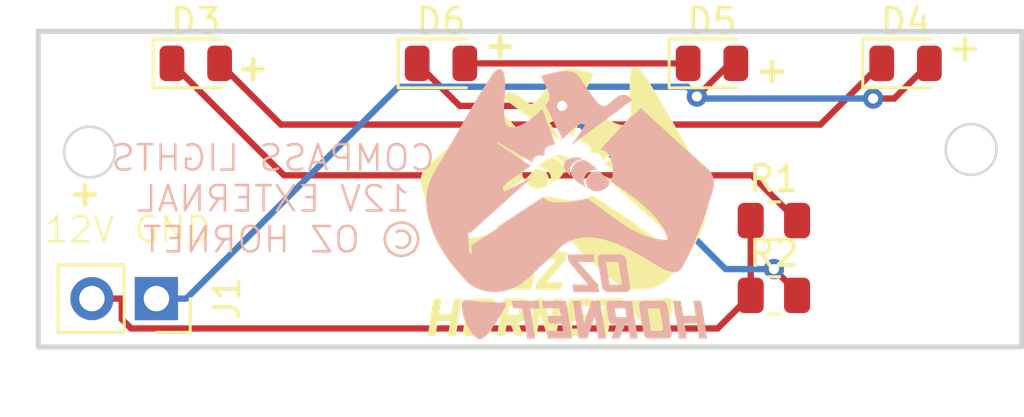
<source format=kicad_pcb>
(kicad_pcb (version 20240108) (generator "pcbnew") (generator_version "8.0")
  (layers (0 "F.Cu" signal) (31 "B.Cu" signal) (34 "B.Paste" user) (35 "F.Paste" user) (36 "B.SilkS" user "B.Silkscreen") (37 "F.SilkS" user "F.Silkscreen") (38 "B.Mask" user) (39 "F.Mask" user) (44 "Edge.Cuts" user))
  (net 0 "")
  (net 1 "Net-(D3-K)")
  (net 2 "Net-(D5-K)")
  (net 3 "Net-(D6-K)")
  (net 4 "Net-(D3-A)")
  (net 5 "/LED+12V")
  (net 6 "/LED-12V")
  (footprint "LED_SMD:LED_0805_2012Metric" (layer "F.Cu") (at 143.256 136.652)
    (property "Reference" "D5")
    (property "Value" "LED")
  )
  (footprint "Resistor_SMD:R_0805_2012Metric" (layer "F.Cu") (at 145.6925 145.796)
    (property "Reference" "R2")
    (property "Value" "R")
  )
  (footprint "Connector_PinSocket_2.54mm:PinSocket_1x02_P2.54mm_Vertical" (layer "F.Cu") (at 121.3866 145.923 -90)
    (property "Reference" "J1")
    (property "Value" "Conn_01x02")
  )
  (footprint "LED_SMD:LED_0805_2012Metric" (layer "F.Cu") (at 132.588 136.652)
    (property "Reference" "D6")
    (property "Value" "LED")
  )
  (footprint "LED_SMD:LED_0805_2012Metric" (layer "F.Cu") (at 122.936 136.652)
    (property "Reference" "D3")
    (property "Value" "LED")
  )
  (footprint "Resistor_SMD:R_0805_2012Metric" (layer "F.Cu") (at 145.6925 142.846)
    (property "Reference" "R1")
    (property "Value" "R")
  )
  (footprint "LED_SMD:LED_0805_2012Metric" (layer "F.Cu") (at 150.876 136.652)
    (property "Reference" "D4")
    (property "Value" "LED")
  )
  (gr_poly (pts (xy 142.613196 146.60096) (xy 142.126892 146.60096) (xy 142.032965 146.0075) (xy 141.722079 146.0075) (xy 141.957294 147.49684) (xy 142.268179 147.49684) (xy 142.174252 146.901262) (xy 142.660556 146.901262) (xy 142.754483 147.49684) (xy 143.065369 147.49684) (xy 142.830154 146.0075) (xy 142.519269 146.0075)) (stroke (width -0.000001)) (fill solid) (layer "B.SilkS"))
  (gr_poly (pts (xy 137.6131 144.471064) (xy 138.378275 145.367473) (xy 137.757562 145.367473) (xy 137.804658 145.667775) (xy 138.818806 145.667775) (xy 138.773297 145.374881) (xy 137.999127 144.478737) (xy 138.630952 144.478737) (xy 138.583856 144.178434) (xy 137.567592 144.178434)) (stroke (width -0.000001)) (fill solid) (layer "B.SilkS"))
  (gr_poly (pts (xy 137.87653 140.351457) (xy 137.853508 140.353014) (xy 137.830668 140.355522) (xy 137.808003 140.358944) (xy 137.785509 140.363243) (xy 137.763179 140.368382) (xy 137.741008 140.374325) (xy 137.71899 140.381034) (xy 137.697118 140.388473) (xy 137.675387 140.396606) (xy 137.653792 140.405394) (xy 137.632326 140.414802) (xy 137.610983 140.424792) (xy 137.598381 140.431124) (xy 137.58608 140.437822) (xy 137.57409 140.444889) (xy 137.56242 140.452333) (xy 137.55108 140.460159) (xy 137.540081 140.468371) (xy 137.529431 140.476975) (xy 137.51914 140.485977) (xy 137.509218 140.495382) (xy 137.499675 140.505195) (xy 137.49052 140.515423) (xy 137.481764 140.526069) (xy 137.473415 140.537141) (xy 137.465483 140.548643) (xy 137.457978 140.56058) (xy 137.450911 140.572959) (xy 137.445147 140.584014) (xy 137.439861 140.59505) (xy 137.435051 140.606061) (xy 137.430714 140.617044) (xy 137.42685 140.627992) (xy 137.423456 140.6389) (xy 137.420531 140.649764) (xy 137.418073 140.660577) (xy 137.416081 140.671336) (xy 137.414553 140.682034) (xy 137.413486 140.692667) (xy 137.41288 140.70323) (xy 137.412733 140.713717) (xy 137.413043 140.724123) (xy 137.413808 140.734444) (xy 137.415026 140.744673) (xy 137.416697 140.754807) (xy 137.418818 140.764839) (xy 137.421387 140.774765) (xy 137.424403 140.784579) (xy 137.427864 140.794277) (xy 137.431769 140.803852) (xy 137.436115 140.813301) (xy 137.440902 140.822618) (xy 137.446127 140.831798) (xy 137.451788 140.840835) (xy 137.457885 140.849725) (xy 137.464414 140.858462) (xy 137.471376 140.867041) (xy 137.478767 140.875458) (xy 137.486586 140.883706) (xy 137.494832 140.891782) (xy 137.494832 140.891517) (xy 137.507317 140.903539) (xy 137.519607 140.915759) (xy 137.543812 140.940597) (xy 137.567869 140.965633) (xy 137.579973 140.978102) (xy 137.592198 140.990471) (xy 137.619173 141.017074) (xy 137.646669 141.04395) (xy 137.704117 141.100009) (xy 137.692643 141.068475) (xy 137.683219 141.037271) (xy 137.675835 141.006391) (xy 137.670482 140.975832) (xy 137.66715 140.945587) (xy 137.665831 140.915652) (xy 137.666514 140.886022) (xy 137.669192 140.856691) (xy 137.673853 140.827655) (xy 137.68049 140.798908) (xy 137.689093 140.770446) (xy 137.699652 140.742263) (xy 137.712158 140.714354) (xy 137.726602 140.686715) (xy 137.742975 140.659341) (xy 137.761267 140.632225) (xy 137.781457 140.605791) (xy 137.802712 140.581597) (xy 137.824992 140.559559) (xy 137.848257 140.539592) (xy 137.872467 140.521611) (xy 137.897584 140.505531) (xy 137.923567 140.491267) (xy 137.950377 140.478734) (xy 137.977975 140.467847) (xy 138.006321 140.458523) (xy 138.035376 140.450674) (xy 138.065099 140.444218) (xy 138.095452 140.439069) (xy 138.126395 140.435141) (xy 138.157888 140.432351) (xy 138.189892 140.430613) (xy 138.163364 140.417932) (xy 138.136719 140.405812) (xy 138.109887 140.394443) (xy 138.082802 140.384013) (xy 138.069142 140.379209) (xy 138.055393 140.374712) (xy 138.041547 140.370544) (xy 138.027595 140.366728) (xy 138.013527 140.36329) (xy 137.999337 140.360252) (xy 137.985015 140.357638) (xy 137.970552 140.355471) (xy 137.946745 140.352857) (xy 137.923143 140.351342) (xy 137.89974 140.350887)) (stroke (width -0.000001)) (fill solid) (layer "B.SilkS"))
  (gr_poly (pts (xy 140.588144 146.007895) (xy 140.574516 146.008467) (xy 140.561013 146.009361) (xy 140.54768 146.010631) (xy 140.534564 146.012329) (xy 140.52171 146.014509) (xy 140.509163 146.017225) (xy 140.49697 146.020529) (xy 140.485176 146.024477) (xy 140.473827 146.02912) (xy 140.462968 146.034513) (xy 140.452646 146.04071) (xy 140.442907 146.047762) (xy 140.433795 146.055725) (xy 140.429488 146.060064) (xy 140.425356 146.064651) (xy 140.425356 146.06465) (xy 140.419158 146.072514) (xy 140.413558 146.08084) (xy 140.408553 146.089651) (xy 140.40414 146.098968) (xy 140.400317 146.108813) (xy 140.397079 146.11921) (xy 140.394425 146.130179) (xy 140.39235 146.141743) (xy 140.390852 146.153925) (xy 140.389927 146.166745) (xy 140.389573 146.180227) (xy 140.389787 146.194391) (xy 140.390564 146.209262) (xy 140.391903 146.224859) (xy 140.3938 146.241207) (xy 140.396252 146.258326) (xy 140.555002 147.257393) (xy 140.558144 147.275677) (xy 140.561664 147.293042) (xy 140.565563 147.309508) (xy 140.569838 147.325099) (xy 140.57449 147.339836) (xy 140.579516 147.353742) (xy 140.584918 147.36684) (xy 140.590692 147.37915) (xy 140.596839 147.390697) (xy 140.603358 147.401501) (xy 140.610247 147.411586) (xy 140.617505 147.420973) (xy 140.625133 147.429685) (xy 140.633128 147.437744) (xy 140.641491 147.445173) (xy 140.650219 147.451993) (xy 140.659313 147.458228) (xy 140.66877 147.463898) (xy 140.678591 147.469027) (xy 140.688774 147.473637) (xy 140.699319 147.477751) (xy 140.710224 147.481389) (xy 140.721489 147.484575) (xy 140.733112 147.487332) (xy 140.757431 147.491643) (xy 140.783174 147.494502) (xy 140.810332 147.496087) (xy 140.8389 147.496576) (xy 141.44215 147.496576) (xy 141.469807 147.496181) (xy 141.483546 147.495606) (xy 141.497163 147.494707) (xy 141.510611 147.49343) (xy 141.523843 147.49172) (xy 141.536812 147.489524) (xy 141.549472 147.486786) (xy 141.561775 147.483453) (xy 141.573674 147.479471) (xy 141.585124 147.474784) (xy 141.596076 147.46934) (xy 141.606483 147.463083) (xy 141.6163 147.45596) (xy 141.625479 147.447916) (xy 141.629814 147.443532) (xy 141.633973 147.438897) (xy 141.640131 147.431106) (xy 141.645707 147.422806) (xy 141.650703 147.413983) (xy 141.655119 147.404625) (xy 141.658957 147.394718) (xy 141.662218 147.384249) (xy 141.664903 147.373205) (xy 141.667013 147.361573) (xy 141.668549 147.349339) (xy 141.669513 147.33649) (xy 141.669906 147.323013) (xy 141.669729 147.308896) (xy 141.668983 147.294124) (xy 141.667669 147.278685) (xy 141.665788 147.262565) (xy 141.663342 147.245752) (xy 141.655438 147.19601) (xy 141.344254 147.19601) (xy 140.884144 147.19601) (xy 140.877802 147.195997) (xy 140.870518 147.19591) (xy 140.866816 147.195816) (xy 140.863233 147.195675) (xy 140.859886 147.195478) (xy 140.856891 147.195216) (xy 140.856482 147.193563) (xy 140.856044 147.19157) (xy 140.855575 147.189216) (xy 140.855073 147.186485) (xy 140.854533 147.183356) (xy 140.853952 147.179812) (xy 140.853328 147.175834) (xy 140.852658 147.171403) (xy 140.717456 146.322885) (xy 140.716431 146.314087) (xy 140.716005 146.310458) (xy 140.715604 146.307274) (xy 140.731214 146.307274) (xy 140.731215 146.307802) (xy 141.173863 146.307802) (xy 141.180477 146.307819) (xy 141.188282 146.307935) (xy 141.192197 146.308061) (xy 141.195889 146.308249) (xy 141.199184 146.308512) (xy 141.200628 146.308675) (xy 141.201909 146.308861) (xy 141.202353 146.310147) (xy 141.202888 146.311858) (xy 141.203504 146.314047) (xy 141.20419 146.316765) (xy 141.204558 146.31834) (xy 141.204939 146.320067) (xy 141.205334 146.321953) (xy 141.205741 146.324005) (xy 141.206158 146.326228) (xy 141.206586 146.32863) (xy 141.207021 146.331218) (xy 141.207465 146.333997) (xy 141.342667 147.180929) (xy 141.343212 147.185554) (xy 141.343659 147.18956) (xy 141.344006 147.19302) (xy 141.344254 147.19601) (xy 141.655438 147.19601) (xy 141.504592 146.246685) (xy 141.501448 146.2284) (xy 141.497921 146.211035) (xy 141.494011 146.194569) (xy 141.48972 146.178978) (xy 141.485048 146.164241) (xy 141.479997 146.150335) (xy 141.474568 146.137237) (xy 141.468761 146.124927) (xy 141.462578 146.11338) (xy 141.45602 146.102576) (xy 141.449088 146.092491) (xy 141.441782 146.083104) (xy 141.434104 146.074392) (xy 141.426054 146.066332) (xy 141.417635 146.058904) (xy 141.408846 146.052083) (xy 141.399689 146.045849) (xy 141.390164 146.040178) (xy 141.380274 146.035049) (xy 141.370019 146.030439) (xy 141.359399 146.026326) (xy 141.348416 146.022687) (xy 141.337071 146.019501) (xy 141.325365 146.016745) (xy 141.300875 146.012433) (xy 141.274952 146.009574) (xy 141.247605 146.00799) (xy 141.218842 146.007501) (xy 140.615592 146.007501)) (stroke (width -0.000001)) (fill solid) (layer "B.SilkS"))
  (gr_poly (pts (xy 136.602921 146.307802) (xy 137.249563 146.307802) (xy 137.296394 146.60096) (xy 136.777546 146.60096) (xy 136.824642 146.901262) (xy 137.343754 146.901262) (xy 137.390586 147.196537) (xy 136.744208 147.196537) (xy 136.791304 147.496839) (xy 137.748302 147.496839) (xy 137.513087 146.007499) (xy 136.555825 146.007499)) (stroke (width -0.000001)) (fill solid) (layer "B.SilkS"))
  (gr_poly (pts (xy 133.564334 145.975535) (xy 133.549804 145.976827) (xy 133.535986 145.978824) (xy 133.522878 145.981535) (xy 133.510479 145.984969) (xy 133.498784 145.989135) (xy 133.487792 145.994041) (xy 133.4775 145.999697) (xy 133.467906 146.006111) (xy 133.459007 146.013293) (xy 133.450801 146.021251) (xy 133.443286 146.029994) (xy 133.436458 146.039531) (xy 133.430316 146.049872) (xy 133.424857 146.061024) (xy 133.420078 146.072997) (xy 133.415977 146.0858) (xy 133.412552 146.099442) (xy 133.4098 146.113932) (xy 133.407719 146.129277) (xy 133.406305 146.145489) (xy 133.405557 146.162575) (xy 133.405473 146.180544) (xy 133.406049 146.199405) (xy 133.407284 146.219167) (xy 133.415438 146.30382) (xy 133.426717 146.387301) (xy 133.441137 146.469578) (xy 133.458716 146.55062) (xy 133.479472 146.630395) (xy 133.503422 146.708872) (xy 133.530583 146.78602) (xy 133.560974 146.861807) (xy 133.59461 146.936202) (xy 133.63151 147.009173) (xy 133.671692 147.080689) (xy 133.715172 147.150719) (xy 133.761968 147.219231) (xy 133.812098 147.286195) (xy 133.865578 147.351577) (xy 133.922427 147.415348) (xy 133.93582 147.429364) (xy 133.949068 147.442444) (xy 133.96218 147.454589) (xy 133.975165 147.465803) (xy 133.988035 147.476087) (xy 134.000797 147.485445) (xy 134.013463 147.493879) (xy 134.02604 147.501391) (xy 134.03854 147.507984) (xy 134.050972 147.513661) (xy 134.063345 147.518424) (xy 134.075669 147.522276) (xy 134.087953 147.525219) (xy 134.100208 147.527256) (xy 134.112443 147.52839) (xy 134.124668 147.528622) (xy 134.136891 147.527957) (xy 134.149124 147.526395) (xy 134.161375 147.52394) (xy 134.173654 147.520594) (xy 134.185971 147.516361) (xy 134.198336 147.511241) (xy 134.210757 147.505239) (xy 134.223246 147.498357) (xy 134.23581 147.490596) (xy 134.248461 147.48196) (xy 134.261207 147.472452) (xy 134.274059 147.462073) (xy 134.287025 147.450827) (xy 134.300116 147.438716) (xy 134.32671 147.411908) (xy 134.3934 147.338728) (xy 134.458714 147.262394) (xy 134.522481 147.183555) (xy 134.584526 147.102859) (xy 134.644679 147.020953) (xy 134.702767 146.938486) (xy 134.812056 146.774461) (xy 134.911013 146.615967) (xy 134.99826 146.468189) (xy 135.072416 146.336311) (xy 135.132102 146.225516) (xy 135.135273 146.218955) (xy 135.137945 146.212331) (xy 135.140131 146.205663) (xy 135.141841 146.198966) (xy 135.143084 146.192261) (xy 135.143873 146.185563) (xy 135.144217 146.178892) (xy 135.144128 146.172265) (xy 135.143616 146.165699) (xy 135.142692 146.159213) (xy 135.141367 146.152823) (xy 135.139651 146.146549) (xy 135.137554 146.140408) (xy 135.135089 146.134417) (xy 135.132265 146.128594) (xy 135.129093 146.122957) (xy 135.125583 146.117525) (xy 135.121748 146.112313) (xy 135.117596 146.107342) (xy 135.11314 146.102627) (xy 135.108389 146.098188) (xy 135.103354 146.094041) (xy 135.098047 146.090205) (xy 135.092477 146.086697) (xy 135.086655 146.083535) (xy 135.080593 146.080737) (xy 135.074301 146.078321) (xy 135.067789 146.076304) (xy 135.061069 146.074705) (xy 135.054151 146.07354) (xy 135.047045 146.072829) (xy 135.039763 146.072587) (xy 134.74918 146.070169) (xy 134.573712 146.066006) (xy 134.388524 146.058995) (xy 134.201414 146.048473) (xy 134.020179 146.033781) (xy 133.852617 146.014258) (xy 133.776401 146.002478) (xy 133.706528 145.989244) (xy 133.706527 145.989509) (xy 133.666619 145.982088) (xy 133.629631 145.977239) (xy 133.612225 145.9758) (xy 133.595542 145.97503) (xy 133.57958 145.974939)) (stroke (width -0.000001)) (fill solid) (layer "B.SilkS"))
  (gr_poly (pts (xy 138.223758 146.884329) (xy 138.084323 146.007499) (xy 137.773437 146.007499) (xy 138.008652 147.496839) (xy 138.3497 147.496839) (xy 138.638625 146.631917) (xy 138.774356 147.496839) (xy 139.085242 147.496839) (xy 138.850027 146.007499) (xy 138.5148 146.007499)) (stroke (width -0.000001)) (fill solid) (layer "B.SilkS"))
  (gr_poly (pts (xy 139.301475 146.00763) (xy 139.287848 146.008202) (xy 139.274344 146.009097) (xy 139.261012 146.010366) (xy 139.247895 146.012064) (xy 139.235041 146.014244) (xy 139.222494 146.01696) (xy 139.210301 146.020265) (xy 139.198507 146.024212) (xy 139.187158 146.028856) (xy 139.1763 146.034249) (xy 139.165978 146.040445) (xy 139.156238 146.047498) (xy 139.147126 146.05546) (xy 139.142819 146.0598) (xy 139.138687 146.064386) (xy 139.139217 146.06465) (xy 139.133018 146.072514) (xy 139.127418 146.08084) (xy 139.122413 146.089651) (xy 139.118001 146.098968) (xy 139.114177 146.108813) (xy 139.11094 146.11921) (xy 139.108285 146.130179) (xy 139.10621 146.141743) (xy 139.104712 146.153925) (xy 139.103787 146.166745) (xy 139.103433 146.180227) (xy 139.103647 146.194391) (xy 139.104424 146.209262) (xy 139.105763 146.224859) (xy 139.10766 146.241207) (xy 139.110112 146.258326) (xy 139.182608 146.714732) (xy 139.185752 146.733017) (xy 139.189279 146.750381) (xy 139.193189 146.766848) (xy 139.19748 146.782438) (xy 139.202152 146.797176) (xy 139.207203 146.811082) (xy 139.212632 146.824179) (xy 139.218439 146.83649) (xy 139.224622 146.848036) (xy 139.23118 146.858841) (xy 139.238113 146.868925) (xy 139.245419 146.878312) (xy 139.253097 146.887025) (xy 139.261146 146.895084) (xy 139.269566 146.902512) (xy 139.278355 146.909333) (xy 139.287512 146.915567) (xy 139.297036 146.921238) (xy 139.306926 146.926367) (xy 139.317182 146.930977) (xy 139.327801 146.93509) (xy 139.338784 146.938729) (xy 139.350129 146.941915) (xy 139.361835 146.944671) (xy 139.386326 146.948983) (xy 139.412249 146.951842) (xy 139.439596 146.953427) (xy 139.468358 146.953915) (xy 139.506723 146.953915) (xy 139.287383 147.496576) (xy 139.613085 147.496576) (xy 139.832425 146.953915) (xy 139.941433 146.953915) (xy 140.02557 147.496576) (xy 140.336721 147.496576) (xy 140.203632 146.653877) (xy 139.892485 146.653877) (xy 139.511485 146.653877) (xy 139.505143 146.653865) (xy 139.497859 146.653778) (xy 139.494158 146.653683) (xy 139.490575 146.653542) (xy 139.487227 146.653345) (xy 139.484233 146.653084) (xy 139.483824 146.651431) (xy 139.483386 146.649437) (xy 139.482917 146.647084) (xy 139.482414 146.644352) (xy 139.481874 146.641224) (xy 139.481294 146.63768) (xy 139.48067 146.633702) (xy 139.48 146.629271) (xy 139.431051 146.323413) (xy 139.430026 146.314615) (xy 139.4296 146.310986) (xy 139.429199 146.307802) (xy 139.837716 146.307802) (xy 139.892485 146.653877) (xy 140.203632 146.653877) (xy 140.101506 146.007236) (xy 139.328923 146.007236)) (stroke (width -0.000001)) (fill solid) (layer "B.SilkS"))
  (gr_poly (pts (xy 138.725983 140.899988) (xy 138.706908 140.902898) (xy 138.668754 140.908615) (xy 138.649781 140.911776) (xy 138.630948 140.915374) (xy 138.612306 140.919586) (xy 138.603074 140.921978) (xy 138.59391 140.924589) (xy 138.593911 140.924589) (xy 138.570443 140.932458) (xy 138.547598 140.941737) (xy 138.525425 140.952366) (xy 138.503973 140.964286) (xy 138.483291 140.977438) (xy 138.463429 140.991761) (xy 138.444435 141.007196) (xy 138.426359 141.023684) (xy 138.40925 141.041165) (xy 138.393158 141.059579) (xy 138.378131 141.078867) (xy 138.364218 141.098969) (xy 138.351469 141.119826) (xy 138.339932 141.141378) (xy 138.329658 141.163565) (xy 138.320695 141.186328) (xy 138.313093 141.209608) (xy 138.3069 141.233344) (xy 138.302165 141.257477) (xy 138.298939 141.281947) (xy 138.29727 141.306696) (xy 138.297207 141.331662) (xy 138.298799 141.356788) (xy 138.302096 141.382012) (xy 138.307147 141.407277) (xy 138.314 141.432521) (xy 138.322706 141.457685) (xy 138.333313 141.48271) (xy 138.345871 141.507536) (xy 138.360428 141.532104) (xy 138.377034 141.556354) (xy 138.395738 141.580227) (xy 138.396953 141.581661) (xy 138.398215 141.583086) (xy 138.399522 141.584496) (xy 138.400872 141.585886) (xy 138.402262 141.587254) (xy 138.403691 141.588594) (xy 138.405154 141.589902) (xy 138.406652 141.591174) (xy 138.40818 141.592405) (xy 138.409737 141.593593) (xy 138.41132 141.594731) (xy 138.412927 141.595816) (xy 138.414556 141.596844) (xy 138.416205 141.597811) (xy 138.41787 141.598711) (xy 138.41955 141.599541) (xy 138.452065 141.614821) (xy 138.484605 141.629902) (xy 138.517293 141.644487) (xy 138.533732 141.651501) (xy 138.550254 141.658279) (xy 138.562244 141.66293) (xy 138.574301 141.667258) (xy 138.586424 141.671264) (xy 138.598611 141.674948) (xy 138.610862 141.678309) (xy 138.623175 141.681347) (xy 138.63555 141.684063) (xy 138.647985 141.686457) (xy 138.660478 141.688528) (xy 138.67303 141.690277) (xy 138.685638 141.691703) (xy 138.698301 141.692807) (xy 138.711019 141.693588) (xy 138.723789 141.694047) (xy 138.736612 141.694184) (xy 138.749486 141.693998) (xy 138.777251 141.692533) (xy 138.804404 141.689657) (xy 138.830963 141.685419) (xy 138.856948 141.679863) (xy 138.882377 141.673038) (xy 138.907271 141.66499) (xy 138.931649 141.655766) (xy 138.95553 141.645414) (xy 138.978933 141.633979) (xy 139.001879 141.621509) (xy 139.024385 141.60805) (xy 139.046472 141.59365) (xy 139.068159 141.578356) (xy 139.089466 141.562214) (xy 139.110411 141.545272) (xy 139.131015 141.527575) (xy 139.140282 141.519134) (xy 139.149219 141.510472) (xy 139.157804 141.501581) (xy 139.166018 141.492451) (xy 139.17384 141.483074) (xy 139.181249 141.473439) (xy 139.188224 141.463537) (xy 139.194746 141.453359) (xy 139.200793 141.442896) (xy 139.206346 141.432139) (xy 139.211383 141.421078) (xy 139.215884 141.409703) (xy 139.219828 141.398006) (xy 139.223196 141.385977) (xy 139.225965 141.373607) (xy 139.228117 141.360887) (xy 139.228463 141.357801) (xy 139.228701 141.354792) (xy 139.228822 141.351853) (xy 139.228819 141.348981) (xy 139.228683 141.346171) (xy 139.228405 141.343419) (xy 139.227976 141.340719) (xy 139.227389 141.338067) (xy 139.226634 141.335459) (xy 139.225703 141.332889) (xy 139.224588 141.330354) (xy 139.22328 141.327848) (xy 139.22177 141.325366) (xy 139.22005 141.322905) (xy 139.218111 141.32046) (xy 139.215946 141.318025) (xy 139.050383 141.140225) (xy 138.968147 141.050878) (xy 138.886804 140.960837) (xy 138.879406 140.952865) (xy 138.871888 140.945427) (xy 138.864232 140.938539) (xy 138.856422 140.932213) (xy 138.848444 140.926463) (xy 138.840281 140.921305) (xy 138.831917 140.916751) (xy 138.823337 140.912815) (xy 138.814524 140.909512) (xy 138.805463 140.906856) (xy 138.796137 140.90486) (xy 138.786531 140.903538) (xy 138.776629 140.902905) (xy 138.766415 140.902974) (xy 138.755873 140.903759) (xy 138.744987 140.905275) (xy 138.744987 140.896808)) (stroke (width -0.000001)) (fill solid) (layer "B.SilkS"))
  (gr_poly (pts (xy 137.336147 136.963116) (xy 137.224355 136.976912) (xy 137.112341 136.996119) (xy 137.001554 137.01939) (xy 136.893441 137.045376) (xy 136.516666 137.149515) (xy 136.657392 137.437712) (xy 136.726626 137.577842) (xy 136.797124 137.715988) (xy 136.814355 137.751545) (xy 136.828845 137.786869) (xy 136.840601 137.821943) (xy 136.849628 137.85675) (xy 136.855932 137.891273) (xy 136.859521 137.925496) (xy 136.860399 137.959401) (xy 136.858574 137.992973) (xy 136.854051 138.026195) (xy 136.846837 138.059049) (xy 136.836938 138.09152) (xy 136.82436 138.123591) (xy 136.809109 138.155244) (xy 136.791192 138.186464) (xy 136.770615 138.217233) (xy 136.747383 138.247535) (xy 136.729135 138.268466) (xy 136.710539 138.289571) (xy 136.672506 138.332202) (xy 136.691159 138.332566) (xy 136.700485 138.332686) (xy 136.709812 138.332731) (xy 136.71039 138.33275) (xy 136.710982 138.332807) (xy 136.711586 138.3329) (xy 136.712201 138.333027) (xy 136.712826 138.333187) (xy 136.713458 138.33338) (xy 136.714097 138.333603) (xy 136.71474 138.333856) (xy 136.716034 138.334443) (xy 136.717328 138.335131) (xy 136.718609 138.335909) (xy 136.719866 138.336766) (xy 136.721085 138.337691) (xy 136.722255 138.338674) (xy 136.723363 138.339703) (xy 136.724397 138.340768) (xy 136.725344 138.341858) (xy 136.726191 138.342961) (xy 136.726927 138.344068) (xy 136.727249 138.344619) (xy 136.727539 138.345167) (xy 136.969104 138.831206) (xy 137.112243 139.121454) (xy 137.2702 139.441865) (xy 137.317229 139.538305) (xy 137.364656 139.636333) (xy 137.377352 139.625564) (xy 137.389627 139.615266) (xy 137.395598 139.610193) (xy 137.401454 139.605117) (xy 137.407193 139.599997) (xy 137.41281 139.594794) (xy 137.441137 139.567873) (xy 137.469365 139.540753) (xy 137.525523 139.486315) (xy 137.619681 139.395662) (xy 137.643105 139.372898) (xy 137.666352 139.349951) (xy 137.689356 139.32675) (xy 137.712054 139.303223) (xy 137.729362 139.285659) (xy 137.747129 139.268749) (xy 137.76532 139.25244) (xy 137.783897 139.23668) (xy 137.802825 139.221417) (xy 137.822066 139.206597) (xy 137.861345 139.178075) (xy 137.901443 139.150695) (xy 137.942068 139.124034) (xy 138.023733 139.071184) (xy 138.02619 139.069579) (xy 138.028693 139.068031) (xy 138.033796 139.065061) (xy 138.044106 139.059311) (xy 138.049153 139.05635) (xy 138.051614 139.054809) (xy 138.05402 139.053213) (xy 138.05636 139.05155) (xy 138.058626 139.049809) (xy 138.060807 139.047979) (xy 138.062892 139.046048) (xy 138.064953 139.044133) (xy 138.067019 139.042354) (xy 138.069091 139.040708) (xy 138.071169 139.039192) (xy 138.073253 139.037803) (xy 138.075344 139.036537) (xy 138.077442 139.03539) (xy 138.079548 139.034361) (xy 138.081662 139.033445) (xy 138.083785 139.03264) (xy 138.085916 139.031941) (xy 138.088058 139.031347) (xy 138.090209 139.030853) (xy 138.09237 139.030456) (xy 138.096725 139.029942) (xy 138.101127 139.029778) (xy 138.105579 139.029938) (xy 138.110084 139.030397) (xy 138.114647 139.031128) (xy 138.119269 139.032106) (xy 138.123956 139.033304) (xy 138.12871 139.034697) (xy 138.133535 139.036259) (xy 138.148056 139.040905) (xy 138.162635 139.04535) (xy 138.191909 139.05382) (xy 138.250481 139.07039) (xy 138.25127 139.070653) (xy 138.252052 139.070947) (xy 138.252836 139.071272) (xy 138.253627 139.071626) (xy 138.255257 139.072422) (xy 138.256996 139.073333) (xy 138.261011 139.075487) (xy 138.263391 139.076724) (xy 138.266091 139.078063) (xy 137.741158 139.855144) (xy 137.745392 139.859907) (xy 137.826883 139.799582) (xy 138.325623 139.428107) (xy 138.753454 139.110342) (xy 139.249548 138.742836) (xy 139.627373 138.461848) (xy 140.094892 138.115509) (xy 140.094362 138.115508) (xy 140.109873 138.103867) (xy 140.117691 138.098021) (xy 140.125583 138.092225) (xy 140.090129 138.058061) (xy 140.054675 138.023698) (xy 140.023557 137.995347) (xy 139.992751 137.970141) (xy 139.962163 137.948103) (xy 139.931701 137.929258) (xy 139.916489 137.921041) (xy 139.901274 137.913632) (xy 139.886044 137.907034) (xy 139.870788 137.90125) (xy 139.855495 137.896282) (xy 139.840152 137.892135) (xy 139.824749 137.888811) (xy 139.809274 137.886313) (xy 139.793715 137.884645) (xy 139.77806 137.883809) (xy 139.762299 137.883809) (xy 139.74642 137.884647) (xy 139.73041 137.886327) (xy 139.71426 137.888852) (xy 139.697956 137.892226) (xy 139.681488 137.89645) (xy 139.664844 137.901528) (xy 139.648013 137.907464) (xy 139.630982 137.91426) (xy 139.613741 137.92192) (xy 139.578582 137.939843) (xy 139.542441 137.961256) (xy 139.497452 137.991067) (xy 139.455372 138.020755) (xy 139.379175 138.079076) (xy 139.312315 138.134853) (xy 139.253256 138.186714) (xy 139.200461 138.233293) (xy 139.152395 138.273219) (xy 139.129656 138.290259) (xy 139.107522 138.305123) (xy 139.085803 138.31764) (xy 139.064306 138.327638) (xy 139.042839 138.334946) (xy 139.021211 138.339394) (xy 138.999229 138.340809) (xy 138.976701 138.339021) (xy 138.953435 138.333859) (xy 138.929239 138.325152) (xy 138.903922 138.312728) (xy 138.877291 138.296417) (xy 138.849155 138.276047) (xy 138.81932 138.251448) (xy 138.787596 138.222447) (xy 138.75379 138.188874) (xy 138.717711 138.150559) (xy 138.679165 138.107329) (xy 138.59391 138.005442) (xy 138.453495 137.809311) (xy 138.315932 137.611146) (xy 138.181098 137.411097) (xy 138.048868 137.20931) (xy 138.021471 137.168191) (xy 137.990943 137.131289) (xy 137.957465 137.098436) (xy 137.921218 137.069463) (xy 137.882384 137.044201) (xy 137.841143 137.022484) (xy 137.797675 137.00414) (xy 137.752163 136.989004) (xy 137.704786 136.976904) (xy 137.655726 136.967675) (xy 137.605164 136.961146) (xy 137.55328 136.957149) (xy 137.446271 136.956079)) (stroke (width -0.000001)) (fill solid) (layer "B.SilkS"))
  (gr_poly (pts (xy 134.855032 136.881213) (xy 134.810498 136.900212) (xy 134.761442 136.931088) (xy 134.707667 136.974535) (xy 134.648974 137.031247) (xy 134.340601 137.495736) (xy 134.046315 137.969529) (xy 133.762242 138.450076) (xy 133.484509 138.934824) (xy 132.932576 139.906718) (xy 132.65063 140.388759) (xy 132.359534 140.864794) (xy 132.360062 140.863738) (xy 132.291052 140.984735) (xy 132.229796 141.106242) (xy 132.17618 141.228279) (xy 132.13009 141.350864) (xy 132.091409 141.474019) (xy 132.060025 141.597762) (xy 132.035821 141.722114) (xy 132.018684 141.847094) (xy 132.008498 141.972723) (xy 132.005149 142.099019) (xy 132.008521 142.226002) (xy 132.018502 142.353693) (xy 132.034975 142.482111) (xy 132.057826 142.611276) (xy 132.08694 142.741207) (xy 132.122202 142.871925) (xy 132.176205 143.044767) (xy 132.235544 143.212308) (xy 132.300108 143.374922) (xy 132.369782 143.532982) (xy 132.444452 143.68686) (xy 132.524005 143.836931) (xy 132.608328 143.983566) (xy 132.697307 144.127141) (xy 132.790828 144.268027) (xy 132.888778 144.406598) (xy 132.991043 144.543228) (xy 133.09751 144.678289) (xy 133.208065 144.812154) (xy 133.322594 144.945198) (xy 133.440985 145.077793) (xy 133.563122 145.210312) (xy 133.648571 145.293363) (xy 133.741527 145.368228) (xy 133.841281 145.434823) (xy 133.947123 145.493061) (xy 134.058346 145.542856) (xy 134.174238 145.584122) (xy 134.294092 145.616773) (xy 134.417197 145.640723) (xy 134.542845 145.655886) (xy 134.670326 145.662176) (xy 134.798931 145.659507) (xy 134.92795 145.647792) (xy 135.056676 145.626947) (xy 135.184397 145.596884) (xy 135.310405 145.557518) (xy 135.433991 145.508762) (xy 135.470371 145.492451) (xy 135.506646 145.475375) (xy 135.542765 145.45754) (xy 135.578672 145.438958) (xy 135.614315 145.419636) (xy 135.649638 145.399583) (xy 135.684588 145.378809) (xy 135.719112 145.357321) (xy 135.753155 145.33513) (xy 135.786664 145.312245) (xy 135.819584 145.288673) (xy 135.851862 145.264424) (xy 135.883444 145.239507) (xy 135.914277 145.21393) (xy 135.944305 145.187703) (xy 135.973475 145.160835) (xy 136.125533 145.016701) (xy 136.27479 144.877512) (xy 136.567697 144.606368) (xy 136.71274 144.470612) (xy 136.857775 144.332198) (xy 137.003498 144.189226) (xy 137.150607 144.039796) (xy 137.239117 143.948257) (xy 137.330547 143.866399) (xy 137.424714 143.793893) (xy 137.521434 143.730408) (xy 137.620526 143.675615) (xy 137.721805 143.629183) (xy 137.82509 143.590782) (xy 137.930197 143.560082) (xy 138.036945 143.536752) (xy 138.145149 143.520464) (xy 138.254628 143.510886) (xy 138.365198 143.507689) (xy 138.476676 143.510542) (xy 138.588881 143.519115) (xy 138.701629 143.533079) (xy 138.814737 143.552103) (xy 139.041302 143.60401) (xy 139.267116 143.672196) (xy 139.490714 143.754019) (xy 139.710636 143.84684) (xy 139.925419 143.948017) (xy 140.1336 144.054909) (xy 140.333718 144.164876) (xy 140.524309 144.275275) (xy 141.054368 144.599753) (xy 141.189697 144.67592) (xy 141.258399 144.711714) (xy 141.327943 144.745609) (xy 141.398441 144.777322) (xy 141.470003 144.806573) (xy 141.542744 144.833081) (xy 141.616773 144.856564) (xy 141.659358 144.867301) (xy 141.679729 144.871668) (xy 141.699511 144.875354) (xy 141.718725 144.87835) (xy 141.737391 144.880646) (xy 141.755529 144.882235) (xy 141.773158 144.883105) (xy 141.7903 144.883249) (xy 141.806972 144.882656) (xy 141.823196 144.881317) (xy 141.838992 144.879223) (xy 141.854379 144.876365) (xy 141.869378 144.872734) (xy 141.884008 144.868319) (xy 141.89829 144.863113) (xy 141.912243 144.857104) (xy 141.925887 144.850285) (xy 141.939242 144.842646) (xy 141.952329 144.834178) (xy 141.965167 144.824871) (xy 141.977776 144.814716) (xy 141.990176 144.803703) (xy 142.002387 144.791824) (xy 142.014429 144.779069) (xy 142.026322 144.765429) (xy 142.038086 144.750894) (xy 142.049741 144.735455) (xy 142.061307 144.719103) (xy 142.072803 144.701829) (xy 142.084251 144.683623) (xy 142.095669 144.664477) (xy 142.138369 144.5901) (xy 142.180294 144.515202) (xy 142.221364 144.439783) (xy 142.261497 144.363844) (xy 142.300613 144.287383) (xy 142.338631 144.210402) (xy 142.375471 144.1329) (xy 142.411052 144.054876) (xy 142.541178 143.756227) (xy 142.665846 143.455591) (xy 142.785057 143.152964) (xy 142.898812 142.848343) (xy 143.007109 142.541726) (xy 143.109949 142.233108) (xy 143.207332 141.922488) (xy 143.299259 141.609861) (xy 143.315368 141.546271) (xy 143.321743 141.515104) (xy 143.327003 141.484345) (xy 143.331152 141.453988) (xy 143.334193 141.424025) (xy 143.33613 141.394448) (xy 143.336966 141.36525) (xy 143.336705 141.336424) (xy 143.33535 141.307962) (xy 143.332905 141.279857) (xy 143.329373 141.252102) (xy 143.324758 141.224688) (xy 143.319064 141.19761) (xy 143.312294 141.170858) (xy 143.304451 141.144426) (xy 143.295539 141.118307) (xy 143.285562 141.092493) (xy 143.274523 141.066976) (xy 143.262426 141.041749) (xy 143.249274 141.016805) (xy 143.235071 140.992136) (xy 143.21982 140.967736) (xy 143.203525 140.943595) (xy 143.167816 140.896067) (xy 143.127973 140.849491) (xy 143.084025 140.803809) (xy 143.035998 140.758962) (xy 141.735307 139.592149) (xy 141.090145 139.003087) (xy 140.770314 138.70558) (xy 140.452871 138.405493) (xy 140.382525 138.477889) (xy 140.312378 138.550484) (xy 140.279296 138.585116) (xy 140.246364 138.619971) (xy 140.21363 138.655073) (xy 140.181144 138.690449) (xy 140.178356 138.693384) (xy 140.17554 138.696135) (xy 140.17269 138.698694) (xy 140.169796 138.701057) (xy 140.166851 138.703219) (xy 140.163848 138.705174) (xy 140.160776 138.706916) (xy 140.157629 138.708441) (xy 140.154399 138.709742) (xy 140.151076 138.710815) (xy 140.147654 138.711653) (xy 140.144123 138.712252) (xy 140.140476 138.712606) (xy 140.136705 138.71271) (xy 140.132801 138.712558) (xy 140.128757 138.712145) (xy 140.124219 138.711619) (xy 140.119825 138.711335) (xy 140.115566 138.711298) (xy 140.111431 138.711517) (xy 140.107408 138.711995) (xy 140.103489 138.71274) (xy 140.099661 138.713758) (xy 140.095915 138.715055) (xy 140.092241 138.716638) (xy 140.088628 138.718511) (xy 140.085064 138.720683) (xy 140.081541 138.723158) (xy 140.078047 138.725944) (xy 140.074573 138.729045) (xy 140.071106 138.732469) (xy 140.067638 138.736222) (xy 140.040709 138.766432) (xy 140.013535 138.796378) (xy 139.958663 138.855715) (xy 139.848298 138.973818) (xy 139.756124 139.073864) (xy 139.664148 139.174107) (xy 139.4755 139.37916) (xy 139.288705 139.58236) (xy 139.048728 139.842974) (xy 138.968493 139.931345) (xy 138.887861 140.020509) (xy 138.894777 140.032231) (xy 138.898277 140.037839) (xy 138.901863 140.043243) (xy 138.905578 140.048416) (xy 138.909464 140.053331) (xy 138.913565 140.057961) (xy 138.917924 140.06228) (xy 138.922584 140.066262) (xy 138.92504 140.068117) (xy 138.927587 140.069878) (xy 138.930231 140.071542) (xy 138.932977 140.073104) (xy 138.935831 140.074561) (xy 138.938797 140.075911) (xy 138.941882 140.077149) (xy 138.94509 140.078273) (xy 138.948427 140.079279) (xy 138.951899 140.080163) (xy 138.95551 140.080923) (xy 138.959266 140.081555) (xy 138.963173 140.082056) (xy 138.967236 140.082422) (xy 138.972546 140.083006) (xy 138.977859 140.083946) (xy 138.983169 140.085214) (xy 138.988473 140.086779) (xy 138.993766 140.088615) (xy 138.999043 140.090691) (xy 139.004302 140.09298) (xy 139.009536 140.095453) (xy 139.014743 140.09808) (xy 139.019918 140.100834) (xy 139.030153 140.106607) (xy 139.050051 140.118405) (xy 139.069896 140.130944) (xy 139.088685 140.144324) (xy 139.106465 140.158506) (xy 139.123282 140.173451) (xy 139.139185 140.18912) (xy 139.154221 140.205474) (xy 139.168437 140.222474) (xy 139.181879 140.240081) (xy 139.194596 140.258254) (xy 139.206635 140.276956) (xy 139.218043 140.296147) (xy 139.228868 140.315789) (xy 139.239156 140.335841) (xy 139.248954 140.356264) (xy 139.258311 140.37702) (xy 139.267274 140.39807) (xy 139.279792 140.430211) (xy 139.291024 140.462711) (xy 139.301072 140.495534) (xy 139.310037 140.528642) (xy 139.318023 140.561998) (xy 139.325131 140.595565) (xy 139.331464 140.629306) (xy 139.337124 140.663183) (xy 139.339906 140.682378) (xy 139.342167 140.701655) (xy 139.344007 140.720993) (xy 139.345524 140.740375) (xy 139.350353 140.817964) (xy 139.352159 140.846382) (xy 139.353693 140.87485) (xy 139.35421 140.889086) (xy 139.354483 140.903317) (xy 139.354451 140.917535) (xy 139.354057 140.931735) (xy 139.351884 140.973868) (xy 139.348922 141.015889) (xy 139.344857 141.057736) (xy 139.339373 141.099348) (xy 139.335999 141.120047) (xy 139.332151 141.140663) (xy 139.327791 141.161189) (xy 139.322877 141.181617) (xy 139.317372 141.20194) (xy 139.311235 141.22215) (xy 139.304426 141.242239) (xy 139.296907 141.2622) (xy 139.294839 141.267031) (xy 139.292616 141.271828) (xy 139.290256 141.276631) (xy 139.287779 141.281481) (xy 139.282545 141.291481) (xy 139.279826 141.296712) (xy 139.277063 141.302151) (xy 139.333849 141.342169) (xy 139.391628 141.382585) (xy 139.6195 141.541434) (xy 139.846976 141.700878) (xy 140.00427 141.812929) (xy 140.082422 141.869724) (xy 140.159978 141.927361) (xy 140.224796 141.976789) (xy 140.288995 142.027109) (xy 140.35245 142.078422) (xy 140.383859 142.104482) (xy 140.415036 142.130826) (xy 140.491178 142.196699) (xy 140.566576 142.263515) (xy 140.716132 142.398585) (xy 140.752665 142.432339) (xy 140.770765 142.449404) (xy 140.788727 142.466615) (xy 140.806527 142.483987) (xy 140.824144 142.501536) (xy 140.841556 142.519277) (xy 140.858742 142.537226) (xy 140.91433 142.596763) (xy 140.968879 142.657178) (xy 141.022244 142.718578) (xy 141.074278 142.781073) (xy 141.124837 142.844771) (xy 141.173774 142.90978) (xy 141.220944 142.97621) (xy 141.2662 143.044168) (xy 141.302648 143.102616) (xy 141.337315 143.161907) (xy 141.37011 143.222092) (xy 141.400939 143.283219) (xy 141.42971 143.345338) (xy 141.456328 143.408499) (xy 141.480702 143.472752) (xy 141.502738 143.538145) (xy 141.505337 143.546598) (xy 141.507806 143.555116) (xy 141.512527 143.572508) (xy 141.522317 143.609847) (xy 141.478198 143.610211) (xy 141.457353 143.610182) (xy 141.447083 143.609974) (xy 141.436856 143.609583) (xy 141.413048 143.608194) (xy 141.389265 143.606408) (xy 141.365531 143.604225) (xy 141.341871 143.601645) (xy 141.23068 143.589474) (xy 141.175184 143.582744) (xy 141.147504 143.579001) (xy 141.119886 143.574923) (xy 141.062338 143.565296) (xy 141.005181 143.554116) (xy 140.948408 143.541441) (xy 140.892013 143.527331) (xy 140.835991 143.511844) (xy 140.780334 143.495039) (xy 140.725037 143.476976) (xy 140.670094 143.457712) (xy 140.596255 143.430249) (xy 140.559501 143.41598) (xy 140.522887 143.401323) (xy 140.486434 143.386257) (xy 140.450163 143.37076) (xy 140.414098 143.35481) (xy 140.378259 143.338386) (xy 140.292856 143.297924) (xy 140.250332 143.277175) (xy 140.208 143.256) (xy 140.165915 143.234342) (xy 140.124135 143.212142) (xy 140.082714 143.189339) (xy 140.041709 143.165877) (xy 139.991972 143.136503) (xy 139.942565 143.106556) (xy 139.893467 143.076082) (xy 139.84466 143.045128) (xy 139.747848 142.981962) (xy 139.651978 142.917433) (xy 139.604066 142.884288) (xy 139.556521 142.850613) (xy 139.462205 142.782132) (xy 139.274417 142.643854) (xy 138.943952 142.403348) (xy 138.639152 142.180304) (xy 138.506629 142.083268) (xy 138.374305 141.985835) (xy 138.372034 141.984258) (xy 138.369783 141.982894) (xy 138.367546 141.981732) (xy 138.365317 141.980762) (xy 138.363092 141.979974) (xy 138.360864 141.979356) (xy 138.358628 141.978899) (xy 138.356379 141.978592) (xy 138.354112 141.978424) (xy 138.35182 141.978386) (xy 138.349499 141.978466) (xy 138.347144 141.978654) (xy 138.344747 141.97894) (xy 138.342306 141.979313) (xy 138.339813 141.979763) (xy 138.337263 141.980279) (xy 138.034679 142.041993) (xy 137.731896 142.102516) (xy 137.715081 142.105674) (xy 137.698183 142.108436) (xy 137.681216 142.11085) (xy 137.664196 142.112967) (xy 137.647139 142.114836) (xy 137.630061 142.116506) (xy 137.595901 142.119449) (xy 137.531603 142.124431) (xy 137.46728 142.128941) (xy 137.402908 142.132806) (xy 137.338461 142.135853) (xy 137.319797 142.136314) (xy 137.301114 142.136362) (xy 137.282418 142.136081) (xy 137.263716 142.135556) (xy 137.188972 142.132678) (xy 137.136716 142.131223) (xy 137.123622 142.13072) (xy 137.110539 142.130074) (xy 137.097482 142.129242) (xy 137.084461 142.12818) (xy 137.042171 142.123971) (xy 137.000084 142.118866) (xy 136.958283 142.112539) (xy 136.937515 142.108816) (xy 136.916848 142.104666) (xy 136.896293 142.100047) (xy 136.875859 142.094919) (xy 136.855558 142.089242) (xy 136.835398 142.082974) (xy 136.81539 142.076075) (xy 136.795544 142.068505) (xy 136.77587 142.060223) (xy 136.756378 142.051187) (xy 136.754546 142.050269) (xy 136.752722 142.049304) (xy 136.75091 142.048293) (xy 136.74911 142.047239) (xy 136.747326 142.046142) (xy 136.74556 142.045006) (xy 136.743814 142.043831) (xy 136.74209 142.042621) (xy 136.740392 142.041376) (xy 136.73872 142.040099) (xy 136.737078 142.038793) (xy 136.735468 142.037457) (xy 136.733891 142.036096) (xy 136.732352 142.03471) (xy 136.730851 142.033301) (xy 136.729391 142.031872) (xy 136.703052 142.00598) (xy 136.676838 141.979915) (xy 136.650772 141.9537) (xy 136.62488 141.927362) (xy 136.623368 141.925838) (xy 136.621899 141.924446) (xy 136.620462 141.923196) (xy 136.619043 141.922095) (xy 136.61763 141.921152) (xy 136.616922 141.920743) (xy 136.616211 141.920376) (xy 136.615495 141.920053) (xy 136.614773 141.919775) (xy 136.614044 141.919543) (xy 136.613305 141.919358) (xy 136.612555 141.919221) (xy 136.611793 141.919133) (xy 136.611017 141.919096) (xy 136.610225 141.919109) (xy 136.609416 141.919175) (xy 136.608589 141.919294) (xy 136.607741 141.919468) (xy 136.606872 141.919697) (xy 136.60598 141.919983) (xy 136.605063 141.920327) (xy 136.604119 141.920729) (xy 136.603147 141.921191) (xy 136.602147 141.921714) (xy 136.601115 141.922298) (xy 136.60005 141.922946) (xy 136.598952 141.923658) (xy 136.184614 142.196179) (xy 135.695663 142.516853) (xy 135.335036 142.753655) (xy 134.959064 142.999453) (xy 134.905155 143.03504) (xy 134.878101 143.052659) (xy 134.864506 143.061317) (xy 134.850849 143.069832) (xy 134.847618 143.071881) (xy 134.844584 143.073966) (xy 134.841763 143.0761) (xy 134.839174 143.078295) (xy 134.836833 143.080563) (xy 134.83576 143.081728) (xy 134.834757 143.082915) (xy 134.833823 143.084127) (xy 134.832963 143.085365) (xy 134.832177 143.08663) (xy 134.831468 143.087923) (xy 134.830838 143.089247) (xy 134.830289 143.090603) (xy 134.829824 143.091992) (xy 134.829444 143.093415) (xy 134.829152 143.094875) (xy 134.828949 143.096372) (xy 134.828839 143.097909) (xy 134.828822 143.099486) (xy 134.828901 143.101106) (xy 134.829079 143.10277) (xy 134.829357 143.104478) (xy 134.829738 143.106234) (xy 134.830223 143.108038) (xy 134.830815 143.109891) (xy 134.831516 143.111796) (xy 134.832328 143.113753) (xy 134.832909 143.115146) (xy 134.833412 143.116499) (xy 134.833839 143.117813) (xy 134.834191 143.119088) (xy 134.834469 143.120328) (xy 134.834676 143.121532) (xy 134.834812 143.122702) (xy 134.834879 143.12384) (xy 134.834878 143.124948) (xy 134.83481 143.126025) (xy 134.834678 143.127074) (xy 134.834481 143.128096) (xy 134.834223 143.129093) (xy 134.833904 143.130066) (xy 134.833525 143.131015) (xy 134.833089 143.131943) (xy 134.832596 143.132851) (xy 134.832047 143.13374) (xy 134.831445 143.134612) (xy 134.830791 143.135468) (xy 134.830085 143.136308) (xy 134.82933 143.137136) (xy 134.828527 143.137951) (xy 134.827677 143.138756) (xy 134.825843 143.140339) (xy 134.823838 143.141896) (xy 134.821674 143.143437) (xy 134.819363 143.144974) (xy 134.285699 143.495018) (xy 133.945709 143.71859) (xy 133.911561 143.741539) (xy 133.877512 143.764661) (xy 133.860401 143.776062) (xy 133.843166 143.787237) (xy 133.825757 143.798096) (xy 133.808125 143.808548) (xy 133.805932 143.809848) (xy 133.803864 143.811169) (xy 133.801918 143.81251) (xy 133.800091 143.813872) (xy 133.79838 143.815256) (xy 133.796781 143.816661) (xy 133.795292 143.818088) (xy 133.793908 143.819537) (xy 133.792627 143.821009) (xy 133.791446 143.822503) (xy 133.790361 143.824021) (xy 133.789368 143.825562) (xy 133.788466 143.827126) (xy 133.78765 143.828715) (xy 133.786917 143.830327) (xy 133.786264 143.831965) (xy 133.785186 143.835314) (xy 133.784388 143.838764) (xy 133.783845 143.842319) (xy 133.783532 143.845979) (xy 133.783421 143.849748) (xy 133.783488 143.853628) (xy 133.783705 143.857621) (xy 133.784048 143.86173) (xy 133.785019 143.871354) (xy 133.786107 143.880978) (xy 133.788414 143.900227) (xy 133.789521 143.909851) (xy 133.790522 143.919476) (xy 133.791362 143.9291) (xy 133.791985 143.938724) (xy 133.793866 143.971748) (xy 133.795524 144.00487) (xy 133.796076 144.021437) (xy 133.796339 144.037992) (xy 133.796236 144.054523) (xy 133.79569 144.071016) (xy 133.795415 144.075839) (xy 133.794991 144.080682) (xy 133.794425 144.085539) (xy 133.793722 144.090405) (xy 133.792889 144.095273) (xy 133.791932 144.10014) (xy 133.790857 144.104998) (xy 133.789671 144.109843) (xy 133.788379 144.11467) (xy 133.786988 144.119473) (xy 133.783933 144.128985) (xy 133.780555 144.138335) (xy 133.776905 144.147481) (xy 133.775666 144.150294) (xy 133.774381 144.152931) (xy 133.773053 144.155391) (xy 133.771684 144.157674) (xy 133.770276 144.15978) (xy 133.768833 144.161709) (xy 133.767355 144.16346) (xy 133.765846 144.165034) (xy 133.764308 144.166431) (xy 133.762743 144.16765) (xy 133.761154 144.168691) (xy 133.759543 144.169554) (xy 133.757912 144.170239) (xy 133.756265 144.170747) (xy 133.754602 144.171076) (xy 133.752927 144.171227) (xy 133.751242 144.1712) (xy 133.749549 144.170995) (xy 133.747851 144.170611) (xy 133.746149 144.170048) (xy 133.744448 144.169307) (xy 133.742748 144.168387) (xy 133.741052 144.167288) (xy 133.739363 144.16601) (xy 133.737682 144.164553) (xy 133.736013 144.162917) (xy 133.734358 144.161102) (xy 133.732719 144.159107) (xy 133.731098 144.156933) (xy 133.729498 144.154579) (xy 133.727921 144.152046) (xy 133.726369 144.149333) (xy 133.723988 144.144881) (xy 133.721703 144.140361) (xy 133.719514 144.135777) (xy 133.717418 144.131134) (xy 133.7135 144.121697) (xy 133.709931 144.112092) (xy 133.706698 144.102364) (xy 133.703784 144.092555) (xy 133.701174 144.082708) (xy 133.698852 144.072868) (xy 133.696773 144.062391) (xy 133.695065 144.051809) (xy 133.69368 144.04114) (xy 133.692568 144.030403) (xy 133.691679 144.019616) (xy 133.690964 144.008798) (xy 133.689857 143.987143) (xy 133.681125 143.777858) (xy 133.67547 143.659986) (xy 133.669219 143.542114) (xy 133.666465 143.497705) (xy 133.663464 143.453346) (xy 133.657313 143.364578) (xy 133.657266 143.362923) (xy 133.657323 143.361285) (xy 133.657481 143.359664) (xy 133.657739 143.358062) (xy 133.658096 143.356482) (xy 133.658549 143.354926) (xy 133.659096 143.353395) (xy 133.659735 143.351891) (xy 133.660466 143.350416) (xy 133.661285 143.348972) (xy 133.662191 143.34756) (xy 133.663182 143.346184) (xy 133.664257 143.344844) (xy 133.665413 143.343543) (xy 133.666649 143.342282) (xy 133.667962 143.341063) (xy 133.670815 143.338761) (xy 133.673958 143.33665) (xy 133.677374 143.334746) (xy 133.681051 143.333064) (xy 133.684972 143.331619) (xy 133.689123 143.330427) (xy 133.69349 143.329502) (xy 133.698058 143.328859) (xy 133.700902 143.328513) (xy 133.703838 143.32812) (xy 133.706811 143.327757) (xy 133.708295 143.327612) (xy 133.709766 143.327503) (xy 133.711219 143.327441) (xy 133.712647 143.327436) (xy 133.714042 143.327496) (xy 133.715397 143.327631) (xy 133.716706 143.327852) (xy 133.717961 143.328168) (xy 133.718567 143.328365) (xy 133.719156 143.328589) (xy 133.719728 143.328841) (xy 133.720283 143.329123) (xy 133.72256 143.330251) (xy 133.724776 143.331206) (xy 133.726934 143.331996) (xy 133.729037 143.332627) (xy 133.731085 143.333105) (xy 133.733082 143.333437) (xy 133.735029 143.333629) (xy 133.736928 143.333688) (xy 133.738781 143.333619) (xy 133.740591 143.333429) (xy 133.742359 143.333126) (xy 133.744087 143.332714) (xy 133.745778 143.332201) (xy 133.747433 143.331592) (xy 133.749055 143.330895) (xy 133.750645 143.330116) (xy 133.752206 143.32926) (xy 133.753739 143.328335) (xy 133.756731 143.326302) (xy 133.759638 143.324067) (xy 133.762477 143.321682) (xy 133.773465 143.311661) (xy 133.926394 143.171697) (xy 134.116894 143.001041) (xy 134.257123 142.873511) (xy 134.46535 142.685657) (xy 134.606902 142.55654) (xy 134.809044 142.374507) (xy 134.907734 142.284284) (xy 135.112786 142.09934) (xy 135.160543 142.055584) (xy 135.184372 142.033744) (xy 135.208301 142.012027) (xy 135.41494 141.825761) (xy 135.550406 141.702994) (xy 135.760486 141.513552) (xy 135.82898 141.451475) (xy 135.897275 141.389198) (xy 136.147836 141.161656) (xy 136.147877 141.161597) (xy 136.1479 141.161519) (xy 136.147908 141.161422) (xy 136.147902 141.161305) (xy 136.147884 141.161168) (xy 136.147855 141.16101) (xy 136.14777 141.160631) (xy 136.147661 141.160165) (xy 136.147539 141.15961) (xy 136.147417 141.158961) (xy 136.14736 141.158601) (xy 136.147307 141.158217) (xy 135.074422 141.710138) (xy 135.061193 141.680504) (xy 135.038042 141.626463) (xy 135.026665 141.599319) (xy 135.015684 141.572025) (xy 135.015275 141.570726) (xy 135.014941 141.56932) (xy 135.014683 141.567826) (xy 135.014502 141.566262) (xy 135.014398 141.564645) (xy 135.014372 141.562993) (xy 135.014426 141.561324) (xy 135.01456 141.559656) (xy 135.014774 141.558006) (xy 135.015069 141.556393) (xy 135.015447 141.554834) (xy 135.015907 141.553347) (xy 135.016452 141.55195) (xy 135.017081 141.550661) (xy 135.017427 141.550063) (xy 135.017795 141.549498) (xy 135.018184 141.548968) (xy 135.018595 141.548477) (xy 135.184488 141.356654) (xy 135.193518 141.346551) (xy 135.202921 141.336947) (xy 135.212663 141.327796) (xy 135.222708 141.31905) (xy 135.233022 141.310665) (xy 135.243568 141.302593) (xy 135.254313 141.294787) (xy 135.265219 141.287201) (xy 135.287379 141.272504) (xy 135.309764 141.25813) (xy 135.332094 141.243706) (xy 135.354086 141.228861) (xy 135.616156 141.04739) (xy 135.87902 140.866911) (xy 136.126405 140.696784) (xy 136.123498 140.694417) (xy 136.120712 140.692088) (xy 136.115392 140.68759) (xy 136.112801 140.685446) (xy 136.11022 140.683389) (xy 136.10762 140.681432) (xy 136.106304 140.680494) (xy 136.104973 140.679586) (xy 135.705453 140.409182) (xy 135.282384 140.122109) (xy 135.076671 139.981814) (xy 134.973641 139.911964) (xy 134.870164 139.842709) (xy 134.866709 139.840332) (xy 134.863386 139.837869) (xy 134.857106 139.832699) (xy 134.85127 139.827237) (xy 134.845822 139.821518) (xy 134.84071 139.815578) (xy 134.835878 139.809455) (xy 134.831272 139.803185) (xy 134.826839 139.796804) (xy 134.80974 139.7709) (xy 134.805353 139.764511) (xy 134.800812 139.75823) (xy 134.796064 139.752093) (xy 134.791054 139.746136) (xy 134.794758 139.741109) (xy 136.188319 140.558936) (xy 136.193883 140.532536) (xy 136.1991 140.506879) (xy 136.20178 140.494315) (xy 136.204615 140.481917) (xy 136.207686 140.469682) (xy 136.211072 140.457601) (xy 136.217568 140.438196) (xy 136.225133 140.419964) (xy 136.233746 140.402899) (xy 136.243385 140.386994) (xy 136.254029 140.372244) (xy 136.265655 140.358644) (xy 136.278243 140.346187) (xy 136.291771 140.334867) (xy 136.306216 140.324679) (xy 136.321557 140.315617) (xy 136.337773 140.307675) (xy 136.354841 140.300848) (xy 136.37274 140.295128) (xy 136.391448 140.290512) (xy 136.410944 140.286992) (xy 136.431206 140.284563) (xy 136.441306 140.283786) (xy 136.451365 140.283234) (xy 136.471382 140.282757) (xy 136.491286 140.283042) (xy 136.51111 140.284001) (xy 136.530885 140.285543) (xy 136.55064 140.287577) (xy 136.570409 140.290015) (xy 136.59022 140.292766) (xy 136.592083 140.292947) (xy 136.593992 140.292998) (xy 136.59594 140.292927) (xy 136.597918 140.292741) (xy 136.599918 140.292446) (xy 136.601932 140.292049) (xy 136.603949 140.291558) (xy 136.605963 140.29098) (xy 136.607965 140.29032) (xy 136.609946 140.289587) (xy 136.611897 140.288788) (xy 136.61381 140.287929) (xy 136.615677 140.287017) (xy 136.617488 140.286059) (xy 136.619237 140.285062) (xy 136.620913 140.284034) (xy 136.623305 140.282385) (xy 136.625627 140.280623) (xy 136.62789 140.278766) (xy 136.630103 140.276833) (xy 136.632277 140.27484) (xy 136.634423 140.272807) (xy 136.638673 140.268688) (xy 136.642934 140.264619) (xy 136.645096 140.262648) (xy 136.647292 140.260743) (xy 136.649533 140.258921) (xy 136.65183 140.257201) (xy 136.654192 140.2556) (xy 136.656631 140.254136) (xy 136.658333 140.253184) (xy 136.659919 140.252211) (xy 136.661392 140.251218) (xy 136.662756 140.250205) (xy 136.664014 140.249171) (xy 136.66517 140.248118) (xy 136.666226 140.247044) (xy 136.667186 140.245951) (xy 136.668053 140.244837) (xy 136.668831 140.243703) (xy 136.669523 140.242549) (xy 136.670133 140.241374) (xy 136.670663 140.24018) (xy 136.671117 140.238965) (xy 136.671499 140.23773) (xy 136.671812 140.236475) (xy 136.672058 140.2352) (xy 136.672242 140.233905) (xy 136.672436 140.231254) (xy 136.67242 140.228522) (xy 136.672221 140.22571) (xy 136.671865 140.222817) (xy 136.671379 140.219844) (xy 136.670125 140.213655) (xy 136.668095 140.203984) (xy 136.666377 140.194322) (xy 136.664977 140.18467) (xy 136.663903 140.17503) (xy 136.663162 140.165404) (xy 136.662762 140.155793) (xy 136.66271 140.146201) (xy 136.663014 140.136628) (xy 136.66368 140.127077) (xy 136.664717 140.11755) (xy 136.666131 140.108048) (xy 136.667929 140.098574) (xy 136.67012 140.089129) (xy 136.672711 140.079715) (xy 136.675709 140.070335) (xy 136.67912 140.06099) (xy 136.683354 140.050868) (xy 136.688008 140.04113) (xy 136.69307 140.031763) (xy 136.698526 140.022754) (xy 136.704364 140.014091) (xy 136.71057 140.005761) (xy 136.717131 139.997751) (xy 136.724034 139.990049) (xy 136.731265 139.982641) (xy 136.738812 139.975515) (xy 136.746661 139.968658) (xy 136.7548 139.962057) (xy 136.763214 139.955699) (xy 136.771891 139.949572) (xy 136.780818 139.943663) (xy 136.789981 139.937959) (xy 136.806365 139.928499) (xy 136.822967 139.919736) (xy 136.839773 139.911631) (xy 136.856772 139.904142) (xy 136.87395 139.89723) (xy 136.891296 139.890855) (xy 136.908797 139.884976) (xy 136.92644 139.879552) (xy 136.944214 139.874544) (xy 136.962105 139.869912) (xy 136.998192 139.86161) (xy 137.034601 139.854326) (xy 137.071233 139.847736) (xy 137.073814 139.847216) (xy 137.076405 139.846653) (xy 137.081651 139.845421) (xy 137.092665 139.842709) (xy 136.571965 138.441211) (xy 136.455386 138.559031) (xy 136.394414 138.617173) (xy 136.331781 138.674355) (xy 136.267582 138.730238) (xy 136.201913 138.784488) (xy 136.134869 138.836766) (xy 136.066545 138.886736) (xy 135.997036 138.934062) (xy 135.926438 138.978406) (xy 135.854847 139.019431) (xy 135.782357 139.056802) (xy 135.709064 139.09018) (xy 135.635064 139.119229) (xy 135.560451 139.143613) (xy 135.485321 139.162995) (xy 135.467851 139.165365) (xy 135.450624 139.167118) (xy 135.433652 139.168254) (xy 135.416948 139.168771) (xy 135.400526 139.168671) (xy 135.384397 139.167953) (xy 135.368576 139.166616) (xy 135.353075 139.164661) (xy 135.337906 139.162086) (xy 135.323084 139.158892) (xy 135.30862 139.155079) (xy 135.294528 139.150646) (xy 135.28082 139.145594) (xy 135.267511 139.139921) (xy 135.254611 139.133627) (xy 135.242136 139.126713) (xy 135.230096 139.119179) (xy 135.218506 139.111023) (xy 135.207378 139.102245) (xy 135.196726 139.092846) (xy 135.186562 139.082825) (xy 135.176898 139.072183) (xy 135.167749 139.060917) (xy 135.159127 139.049029) (xy 135.151044 139.036519) (xy 135.143515 139.023385) (xy 135.136551 139.009628) (xy 135.130166 138.995247) (xy 135.124372 138.980243) (xy 135.119183 138.964614) (xy 135.114612 138.948361) (xy 135.110671 138.931484) (xy 135.097224 138.861138) (xy 135.086243 138.789944) (xy 135.07771 138.718125) (xy 135.071612 138.645899) (xy 135.067932 138.573488) (xy 135.066655 138.50111) (xy 135.067766 138.428987) (xy 135.071248 138.357338) (xy 135.10156 137.928085) (xy 135.114464 137.626983) (xy 135.114803 137.474222) (xy 135.108952 137.327382) (xy 135.095324 137.192007) (xy 135.085098 137.130353) (xy 135.072334 137.073644) (xy 135.056832 137.022575) (xy 135.038396 136.977838) (xy 135.016825 136.940126) (xy 134.991923 136.910134) (xy 134.963491 136.888553) (xy 134.931331 136.876077) (xy 134.895244 136.8734)) (stroke (width -0.000001)) (fill solid) (layer "B.SilkS"))
  (gr_poly (pts (xy 138.213175 140.469241) (xy 138.20365 140.469552) (xy 138.194125 140.469738) (xy 138.175075 140.470035) (xy 138.159926 140.470628) (xy 138.144847 140.471526) (xy 138.129844 140.472749) (xy 138.114923 140.474318) (xy 138.100093 140.476253) (xy 138.085359 140.478574) (xy 138.070729 140.481302) (xy 138.056211 140.484455) (xy 138.04181 140.488055) (xy 138.027533 140.492122) (xy 138.013389 140.496675) (xy 137.999383 140.501736) (xy 137.985523 140.507323) (xy 137.971816 140.513458) (xy 137.958268 140.52016) (xy 137.944887 140.52745) (xy 137.927728 140.537802) (xy 137.911263 140.548801) (xy 137.895469 140.560422) (xy 137.880329 140.572644) (xy 137.865821 140.585442) (xy 137.851926 140.598794) (xy 137.838622 140.612676) (xy 137.825891 140.627065) (xy 137.813711 140.641938) (xy 137.802064 140.657271) (xy 137.790928 140.673042) (xy 137.780283 140.689226) (xy 137.77011 140.705801) (xy 137.760388 140.722743) (xy 137.751097 140.74003) (xy 137.742216 140.757637) (xy 137.734324 140.774769) (xy 137.727352 140.791924) (xy 137.721283 140.809087) (xy 137.716097 140.826242) (xy 137.711775 140.843374) (xy 137.7083 140.860466) (xy 137.705653 140.877504) (xy 137.703815 140.894472) (xy 137.702766 140.911355) (xy 137.70249 140.928136) (xy 137.702966 140.9448) (xy 137.704177 140.961332) (xy 137.706103 140.977716) (xy 137.708727 140.993937) (xy 137.712028 141.009978) (xy 137.71599 141.025825) (xy 137.720592 141.041463) (xy 137.725817 141.056874) (xy 137.731645 141.072045) (xy 137.738059 141.086958) (xy 137.745039 141.1016) (xy 137.752567 141.115953) (xy 137.760624 141.130003) (xy 137.769191 141.143735) (xy 137.787783 141.170178) (xy 137.808193 141.195159) (xy 137.830272 141.218554) (xy 137.853871 141.240237) (xy 137.854136 141.240502) (xy 137.878195 141.260694) (xy 137.902635 141.28041) (xy 137.952561 141.318521) (xy 138.003726 141.355044) (xy 138.055947 141.39019) (xy 138.109035 141.42417) (xy 138.162805 141.457196) (xy 138.217072 141.489477) (xy 138.271648 141.521225) (xy 138.279784 141.525743) (xy 138.28792 141.530187) (xy 138.304192 141.538952) (xy 138.303864 141.537351) (xy 138.303478 141.53582) (xy 138.303037 141.534354) (xy 138.302546 141.532949) (xy 138.302009 141.5316) (xy 138.301429 141.530301) (xy 138.300811 141.529049) (xy 138.300157 141.527839) (xy 138.299472 141.526667) (xy 138.298761 141.525526) (xy 138.298026 141.524414) (xy 138.297271 141.523325) (xy 138.29572 141.521198) (xy 138.294137 141.519108) (xy 138.285809 141.508422) (xy 138.277804 141.497593) (xy 138.270141 141.486613) (xy 138.262838 141.475477) (xy 138.255915 141.464175) (xy 138.249391 141.452703) (xy 138.243285 141.441052) (xy 138.237616 141.429216) (xy 138.232402 141.417188) (xy 138.227664 141.40496) (xy 138.223419 141.392526) (xy 138.219686 141.379879) (xy 138.216486 141.367012) (xy 138.213836 141.353918) (xy 138.211756 141.34059) (xy 138.210265 141.327021) (xy 138.208681 141.300555) (xy 138.208581 141.274637) (xy 138.20995 141.249272) (xy 138.21277 141.224462) (xy 138.217026 141.200209) (xy 138.222701 141.176518) (xy 138.229779 141.153392) (xy 138.238244 141.130832) (xy 138.24808 141.108843) (xy 138.259269 141.087428) (xy 138.271797 141.06659) (xy 138.285646 141.046331) (xy 138.3008 141.026655) (xy 138.317244 141.007565) (xy 138.33496 140.989065) (xy 138.353933 140.971156) (xy 138.375213 140.952892) (xy 138.396984 140.935908) (xy 138.419248 140.920212) (xy 138.442006 140.905812) (xy 138.465261 140.892719) (xy 138.489013 140.880939) (xy 138.513265 140.870481) (xy 138.538017 140.861354) (xy 138.563272 140.853567) (xy 138.58903 140.847128) (xy 138.615294 140.842045) (xy 138.642065 140.838327) (xy 138.669344 140.835983) (xy 138.697133 140.835021) (xy 138.725434 140.835449) (xy 138.754248 140.837277) (xy 138.752953 140.835588) (xy 138.751825 140.834081) (xy 138.749948 140.831555) (xy 138.749137 140.830505) (xy 138.74875 140.830026) (xy 138.748369 140.829575) (xy 138.747992 140.829151) (xy 138.747614 140.828751) (xy 138.747231 140.828373) (xy 138.74684 140.828016) (xy 138.697029 140.783187) (xy 138.646554 140.739257) (xy 138.595323 140.696332) (xy 138.543243 140.654516) (xy 138.490219 140.613916) (xy 138.436161 140.574636) (xy 138.380973 140.536783) (xy 138.324565 140.500462) (xy 138.317959 140.496472) (xy 138.311335 140.49274) (xy 138.304687 140.489268) (xy 138.298007 140.486059) (xy 138.29129 140.483117) (xy 138.28453 140.480445) (xy 138.27772 140.478046) (xy 138.270854 140.475922) (xy 138.263926 140.474078) (xy 138.25693 140.472516) (xy 138.24986 140.471239) (xy 138.242709 140.47025) (xy 138.235471 140.469553) (xy 138.22814 140.469151) (xy 138.22071 140.469046)) (stroke (width -0.000001)) (fill solid) (layer "B.SilkS"))
  (gr_poly (pts (xy 138.955929 144.179094) (xy 138.942301 144.179666) (xy 138.928798 144.18056) (xy 138.915466 144.18183) (xy 138.902349 144.183528) (xy 138.889495 144.185708) (xy 138.876948 144.188423) (xy 138.864755 144.191728) (xy 138.852961 144.195676) (xy 138.841612 144.200319) (xy 138.830754 144.205712) (xy 138.820432 144.211908) (xy 138.810692 144.218961) (xy 138.80158 144.226923) (xy 138.797274 144.231263) (xy 138.793141 144.23585) (xy 138.786943 144.243713) (xy 138.781343 144.252039) (xy 138.776338 144.26085) (xy 138.771925 144.270167) (xy 138.768102 144.280013) (xy 138.764864 144.290409) (xy 138.762209 144.301379) (xy 138.760135 144.312943) (xy 138.758636 144.325124) (xy 138.757712 144.337945) (xy 138.757358 144.351426) (xy 138.757571 144.365591) (xy 138.758349 144.380461) (xy 138.759688 144.396059) (xy 138.761585 144.412406) (xy 138.764037 144.429525) (xy 138.922787 145.428592) (xy 138.925928 145.446876) (xy 138.929449 145.464241) (xy 138.933347 145.480707) (xy 138.937623 145.496298) (xy 138.942274 145.511036) (xy 138.947301 145.524942) (xy 138.952702 145.538039) (xy 138.958477 145.55035) (xy 138.964624 145.561896) (xy 138.971142 145.572701) (xy 138.978031 145.582785) (xy 138.98529 145.592173) (xy 138.992918 145.600885) (xy 139.000913 145.608944) (xy 139.009275 145.616373) (xy 139.018004 145.623193) (xy 139.027097 145.629427) (xy 139.036555 145.635098) (xy 139.046376 145.640227) (xy 139.056559 145.644837) (xy 139.067104 145.64895) (xy 139.078009 145.652589) (xy 139.089274 145.655775) (xy 139.100897 145.658532) (xy 139.125216 145.662843) (xy 139.150958 145.665702) (xy 139.178117 145.667287) (xy 139.206685 145.667775) (xy 139.809935 145.667775) (xy 139.837591 145.667381) (xy 139.85133 145.666806) (xy 139.864947 145.665907) (xy 139.878395 145.66463) (xy 139.891627 145.66292) (xy 139.904597 145.660723) (xy 139.917256 145.657986) (xy 139.929559 145.654653) (xy 139.941459 145.650671) (xy 139.952908 145.645984) (xy 139.96386 145.64054) (xy 139.974268 145.634283) (xy 139.984085 145.62716) (xy 139.993264 145.619116) (xy 139.997599 145.614731) (xy 140.001758 145.610096) (xy 140.007916 145.602305) (xy 140.013492 145.594005) (xy 140.018488 145.585182) (xy 140.022904 145.575824) (xy 140.026742 145.565917) (xy 140.030003 145.555448) (xy 140.032688 145.544404) (xy 140.034798 145.532771) (xy 140.036335 145.520537) (xy 140.037299 145.507689) (xy 140.037691 145.494212) (xy 140.037514 145.480094) (xy 140.036768 145.465323) (xy 140.035454 145.449883) (xy 140.033573 145.433764) (xy 140.031127 145.41695) (xy 140.023181 145.366944) (xy 139.711775 145.366944) (xy 139.694312 145.366944) (xy 139.694312 145.367473) (xy 139.251665 145.367473) (xy 139.245323 145.36746) (xy 139.238039 145.367373) (xy 139.234338 145.367279) (xy 139.230754 145.367138) (xy 139.227407 145.366941) (xy 139.224412 145.366678) (xy 139.224003 145.365026) (xy 139.223565 145.363032) (xy 139.223096 145.360679) (xy 139.222594 145.357947) (xy 139.222054 145.354819) (xy 139.221473 145.351275) (xy 139.220849 145.347297) (xy 139.220179 145.342866) (xy 139.084977 144.494347) (xy 139.083952 144.48555) (xy 139.083526 144.48192) (xy 139.083125 144.478737) (xy 139.541383 144.478737) (xy 139.547997 144.478754) (xy 139.555803 144.47887) (xy 139.559718 144.478996) (xy 139.563409 144.479184) (xy 139.566704 144.479446) (xy 139.568148 144.479609) (xy 139.569428 144.479796) (xy 139.569873 144.481082) (xy 139.570408 144.482793) (xy 139.571024 144.484981) (xy 139.57171 144.4877) (xy 139.572078 144.489274) (xy 139.572459 144.491001) (xy 139.572854 144.492887) (xy 139.573261 144.494939) (xy 139.573678 144.497162) (xy 139.574106 144.499565) (xy 139.574542 144.502152) (xy 139.574985 144.504931) (xy 139.710187 145.351863) (xy 139.710733 145.356489) (xy 139.711179 145.360495) (xy 139.711527 145.363955) (xy 139.711775 145.366944) (xy 140.023181 145.366944) (xy 139.872377 144.417883) (xy 139.869233 144.399598) (xy 139.865706 144.382234) (xy 139.861796 144.365767) (xy 139.857505 144.350177) (xy 139.852833 144.335439) (xy 139.847782 144.321533) (xy 139.842353 144.308436) (xy 139.836546 144.296125) (xy 139.830364 144.284579) (xy 139.823805 144.273775) (xy 139.816873 144.26369) (xy 139.809567 144.254303) (xy 139.801889 144.245591) (xy 139.793839 144.237531) (xy 139.78542 144.230103) (xy 139.776631 144.223282) (xy 139.767474 144.217048) (xy 139.75795 144.211377) (xy 139.748059 144.206248) (xy 139.737804 144.201638) (xy 139.727184 144.197525) (xy 139.716201 144.193886) (xy 139.704856 144.1907) (xy 139.693151 144.187944) (xy 139.66866 144.183632) (xy 139.642737 144.180773) (xy 139.615389 144.179189) (xy 139.586627 144.1787) (xy 138.983377 144.1787)) (stroke (width -0.000001)) (fill solid) (layer "B.SilkS"))
  (gr_poly (pts (xy 135.428171 146.307802) (xy 135.794619 146.307802) (xy 135.982738 147.496839) (xy 136.293622 147.496839) (xy 136.105504 146.307802) (xy 136.471687 146.307802) (xy 136.424592 146.007499) (xy 135.381075 146.007499)) (stroke (width -0.000001)) (fill solid) (layer "B.SilkS"))
  (gr_poly (pts (xy 139.699261 146.215142) (xy 139.332813 146.215142) (xy 139.144694 147.404179) (xy 138.83381 147.404179) (xy 139.021928 146.215142) (xy 138.655745 146.215142) (xy 138.70284 145.914839) (xy 139.746357 145.914839)) (stroke (width -0.000001)) (fill solid) (layer "F.SilkS"))
  (gr_poly (pts (xy 132.514236 146.5083) (xy 133.00054 146.5083) (xy 133.094467 145.91484) (xy 133.405353 145.91484) (xy 133.170138 147.40418) (xy 132.859253 147.40418) (xy 132.95318 146.808602) (xy 132.466876 146.808602) (xy 132.372949 147.40418) (xy 132.062063 147.40418) (xy 132.297278 145.91484) (xy 132.608163 145.91484)) (stroke (width -0.000001)) (fill solid) (layer "F.SilkS"))
  (gr_poly (pts (xy 135.825957 145.91497) (xy 135.839584 145.915542) (xy 135.853088 145.916437) (xy 135.86642 145.917706) (xy 135.879537 145.919404) (xy 135.892391 145.921584) (xy 135.904938 145.9243) (xy 135.917131 145.927605) (xy 135.928925 145.931552) (xy 135.940274 145.936196) (xy 135.951132 145.941589) (xy 135.961454 145.947785) (xy 135.971194 145.954838) (xy 135.980306 145.9628) (xy 135.984613 145.96714) (xy 135.988745 145.971726) (xy 135.988215 145.97199) (xy 135.994414 145.979854) (xy 136.000014 145.98818) (xy 136.005019 145.996991) (xy 136.009431 146.006308) (xy 136.013255 146.016153) (xy 136.016492 146.02655) (xy 136.019147 146.037519) (xy 136.021222 146.049083) (xy 136.02272 146.061265) (xy 136.023645 146.074085) (xy 136.023999 146.087567) (xy 136.023785 146.101731) (xy 136.023008 146.116602) (xy 136.021669 146.132199) (xy 136.019772 146.148547) (xy 136.01732 146.165666) (xy 135.944824 146.622072) (xy 135.94168 146.640357) (xy 135.938153 146.657721) (xy 135.934243 146.674188) (xy 135.929952 146.689778) (xy 135.92528 146.704516) (xy 135.920229 146.718422) (xy 135.9148 146.731519) (xy 135.908993 146.74383) (xy 135.90281 146.755376) (xy 135.896252 146.766181) (xy 135.889319 146.776265) (xy 135.882013 146.785652) (xy 135.874335 146.794365) (xy 135.866286 146.802424) (xy 135.857866 146.809852) (xy 135.849077 146.816673) (xy 135.83992 146.822907) (xy 135.830396 146.828578) (xy 135.820506 146.833707) (xy 135.81025 146.838317) (xy 135.799631 146.84243) (xy 135.788648 146.846069) (xy 135.777303 146.849255) (xy 135.765597 146.852011) (xy 135.741106 146.856323) (xy 135.715183 146.859182) (xy 135.687836 146.860767) (xy 135.659074 146.861255) (xy 135.620709 146.861255) (xy 135.840049 147.403916) (xy 135.514347 147.403916) (xy 135.295007 146.861255) (xy 135.185999 146.861255) (xy 135.101862 147.403916) (xy 134.790711 147.403916) (xy 134.9238 146.561217) (xy 135.234947 146.561217) (xy 135.615947 146.561217) (xy 135.622289 146.561205) (xy 135.629573 146.561118) (xy 135.633274 146.561023) (xy 135.636857 146.560882) (xy 135.640205 146.560685) (xy 135.643199 146.560424) (xy 135.643608 146.558771) (xy 135.644046 146.556777) (xy 135.644515 146.554424) (xy 135.645018 146.551692) (xy 135.645558 146.548564) (xy 135.646138 146.54502) (xy 135.646762 146.541042) (xy 135.647432 146.536611) (xy 135.696381 146.230753) (xy 135.697406 146.221955) (xy 135.697832 146.218326) (xy 135.698233 146.215142) (xy 135.289716 146.215142) (xy 135.234947 146.561217) (xy 134.9238 146.561217) (xy 135.025926 145.914576) (xy 135.798509 145.914576)) (stroke (width -0.000001)) (fill solid) (layer "F.SilkS"))
  (gr_poly (pts (xy 138.524511 146.215142) (xy 137.877869 146.215142) (xy 137.831038 146.5083) (xy 138.349886 146.5083) (xy 138.30279 146.808602) (xy 137.783678 146.808602) (xy 137.736846 147.103877) (xy 138.383224 147.103877) (xy 138.336128 147.404179) (xy 137.37913 147.404179) (xy 137.614345 145.914839) (xy 138.571607 145.914839)) (stroke (width -0.000001)) (fill solid) (layer "F.SilkS"))
  (gr_poly (pts (xy 134.539288 145.915235) (xy 134.552916 145.915807) (xy 134.566419 145.916701) (xy 134.579752 145.917971) (xy 134.592868 145.919669) (xy 134.605722 145.921849) (xy 134.618269 145.924565) (xy 134.630462 145.927869) (xy 134.642256 145.931817) (xy 134.653605 145.93646) (xy 134.664464 145.941853) (xy 134.674786 145.94805) (xy 134.684525 145.955102) (xy 134.693637 145.963065) (xy 134.697944 145.967404) (xy 134.702076 145.971991) (xy 134.702076 145.97199) (xy 134.708274 145.979854) (xy 134.713874 145.98818) (xy 134.718879 145.996991) (xy 134.723292 146.006308) (xy 134.727115 146.016153) (xy 134.730353 146.02655) (xy 134.733007 146.037519) (xy 134.735082 146.049083) (xy 134.73658 146.061265) (xy 134.737505 146.074085) (xy 134.737859 146.087567) (xy 134.737645 146.101731) (xy 134.736868 146.116602) (xy 134.735529 146.132199) (xy 134.733632 146.148547) (xy 134.73118 146.165666) (xy 134.57243 147.164733) (xy 134.569288 147.183017) (xy 134.565768 147.200382) (xy 134.561869 147.216848) (xy 134.557594 147.232439) (xy 134.552942 147.247176) (xy 134.547916 147.261082) (xy 134.542514 147.27418) (xy 134.53674 147.28649) (xy 134.530593 147.298037) (xy 134.524074 147.308841) (xy 134.517185 147.318926) (xy 134.509927 147.328313) (xy 134.502299 147.337025) (xy 134.494304 147.345084) (xy 134.485941 147.352513) (xy 134.477213 147.359333) (xy 134.468119 147.365568) (xy 134.458662 147.371238) (xy 134.448841 147.376367) (xy 134.438658 147.380977) (xy 134.428113 147.385091) (xy 134.417208 147.388729) (xy 134.405943 147.391915) (xy 134.39432 147.394672) (xy 134.370001 147.398983) (xy 134.344258 147.401842) (xy 134.3171 147.403427) (xy 134.288532 147.403916) (xy 133.685282 147.403916) (xy 133.657625 147.403521) (xy 133.643886 147.402946) (xy 133.630269 147.402047) (xy 133.616821 147.40077) (xy 133.603589 147.39906) (xy 133.59062 147.396864) (xy 133.57796 147.394126) (xy 133.565657 147.390793) (xy 133.553758 147.386811) (xy 133.542308 147.382124) (xy 133.531356 147.37668) (xy 133.520949 147.370423) (xy 133.511132 147.3633) (xy 133.501953 147.355256) (xy 133.497618 147.350872) (xy 133.493459 147.346237) (xy 133.487301 147.338446) (xy 133.481725 147.330146) (xy 133.476729 147.321323) (xy 133.472313 147.311965) (xy 133.468475 147.302058) (xy 133.465214 147.291589) (xy 133.462529 147.280545) (xy 133.460419 147.268913) (xy 133.458883 147.256679) (xy 133.457919 147.24383) (xy 133.457526 147.230353) (xy 133.457703 147.216236) (xy 133.458449 147.201464) (xy 133.459763 147.186025) (xy 133.461644 147.169905) (xy 133.46409 147.153092) (xy 133.471994 147.10335) (xy 133.783178 147.10335) (xy 134.243288 147.10335) (xy 134.24963 147.103337) (xy 134.256914 147.10325) (xy 134.260616 147.103156) (xy 134.264199 147.103015) (xy 134.267546 147.102818) (xy 134.270541 147.102556) (xy 134.27095 147.100903) (xy 134.271388 147.09891) (xy 134.271857 147.096556) (xy 134.272359 147.093825) (xy 134.272899 147.090696) (xy 134.27348 147.087152) (xy 134.274104 147.083174) (xy 134.274774 147.078743) (xy 134.409976 146.230225) (xy 134.411001 146.221427) (xy 134.411427 146.217798) (xy 134.411828 146.214614) (xy 134.396218 146.214614) (xy 134.396217 146.215142) (xy 133.953569 146.215142) (xy 133.946955 146.215159) (xy 133.93915 146.215275) (xy 133.935235 146.215401) (xy 133.931543 146.215589) (xy 133.928248 146.215852) (xy 133.926804 146.216015) (xy 133.925523 146.216201) (xy 133.925079 146.217487) (xy 133.924544 146.219198) (xy 133.923928 146.221387) (xy 133.923242 146.224105) (xy 133.922874 146.22568) (xy 133.922493 146.227407) (xy 133.922098 146.229293) (xy 133.921691 146.231345) (xy 133.921274 146.233568) (xy 133.920846 146.23597) (xy 133.920411 146.238558) (xy 133.919967 146.241337) (xy 133.784765 147.088269) (xy 133.78422 147.092894) (xy 133.783773 147.0969) (xy 133.783426 147.10036) (xy 133.783178 147.10335) (xy 133.471994 147.10335) (xy 133.62284 146.154025) (xy 133.625984 146.13574) (xy 133.629511 146.118375) (xy 133.633421 146.101909) (xy 133.637712 146.086318) (xy 133.642384 146.071581) (xy 133.647435 146.057675) (xy 133.652864 146.044577) (xy 133.658671 146.032267) (xy 133.664854 146.02072) (xy 133.671412 146.009916) (xy 133.678344 145.999831) (xy 133.68565 145.990444) (xy 133.693328 145.981732) (xy 133.701378 145.973672) (xy 133.709797 145.966244) (xy 133.718586 145.959423) (xy 133.727743 145.953189) (xy 133.737268 145.947518) (xy 133.747158 145.942389) (xy 133.757413 145.937779) (xy 133.768033 145.933666) (xy 133.779016 145.930027) (xy 133.790361 145.926841) (xy 133.802067 145.924085) (xy 133.826557 145.919773) (xy 133.85248 145.916914) (xy 133.879827 145.91533) (xy 133.90859 145.914841) (xy 134.51184 145.914841)) (stroke (width -0.000001)) (fill solid) (layer "F.SilkS"))
  (gr_poly (pts (xy 136.401449 140.807328) (xy 136.420524 140.810238) (xy 136.458678 140.815955) (xy 136.477651 140.819116) (xy 136.496484 140.822714) (xy 136.515126 140.826926) (xy 136.524358 140.829318) (xy 136.533522 140.831929) (xy 136.533521 140.831929) (xy 136.556989 140.839798) (xy 136.579834 140.849077) (xy 136.602007 140.859706) (xy 136.623459 140.871626) (xy 136.644141 140.884778) (xy 136.664003 140.899101) (xy 136.682997 140.914536) (xy 136.701073 140.931024) (xy 136.718182 140.948505) (xy 136.734274 140.966919) (xy 136.749301 140.986207) (xy 136.763214 141.006309) (xy 136.775963 141.027166) (xy 136.7875 141.048718) (xy 136.797774 141.070905) (xy 136.806737 141.093668) (xy 136.814339 141.116948) (xy 136.820532 141.140684) (xy 136.825267 141.164817) (xy 136.828493 141.189287) (xy 136.830162 141.214036) (xy 136.830225 141.239002) (xy 136.828633 141.264128) (xy 136.825336 141.289352) (xy 136.820285 141.314617) (xy 136.813432 141.339861) (xy 136.804726 141.365025) (xy 136.794119 141.39005) (xy 136.781561 141.414876) (xy 136.767004 141.439444) (xy 136.750398 141.463694) (xy 136.731694 141.487567) (xy 136.730479 141.489001) (xy 136.729217 141.490426) (xy 136.72791 141.491836) (xy 136.72656 141.493226) (xy 136.72517 141.494594) (xy 136.723741 141.495934) (xy 136.722278 141.497242) (xy 136.72078 141.498514) (xy 136.719252 141.499745) (xy 136.717695 141.500933) (xy 136.716112 141.502071) (xy 136.714505 141.503156) (xy 136.712876 141.504184) (xy 136.711227 141.505151) (xy 136.709562 141.506051) (xy 136.707882 141.506881) (xy 136.675367 141.522161) (xy 136.642827 141.537242) (xy 136.610139 141.551827) (xy 136.5937 141.558841) (xy 136.577178 141.565619) (xy 136.565188 141.57027) (xy 136.553131 141.574598) (xy 136.541008 141.578604) (xy 136.528821 141.582288) (xy 136.51657 141.585649) (xy 136.504257 141.588687) (xy 136.491882 141.591403) (xy 136.479447 141.593797) (xy 136.466954 141.595868) (xy 136.454402 141.597617) (xy 136.441794 141.599043) (xy 136.429131 141.600147) (xy 136.416413 141.600928) (xy 136.403643 141.601387) (xy 136.39082 141.601524) (xy 136.377946 141.601338) (xy 136.350181 141.599873) (xy 136.323028 141.596997) (xy 136.296469 141.592759) (xy 136.270484 141.587203) (xy 136.245055 141.580378) (xy 136.220161 141.57233) (xy 136.195783 141.563106) (xy 136.171902 141.552754) (xy 136.148499 141.541319) (xy 136.125553 141.528849) (xy 136.103047 141.51539) (xy 136.08096 141.50099) (xy 136.059273 141.485696) (xy 136.037966 141.469554) (xy 136.017021 141.452612) (xy 135.996417 141.434915) (xy 135.98715 141.426474) (xy 135.978213 141.417812) (xy 135.969628 141.408921) (xy 135.961414 141.399791) (xy 135.953592 141.390414) (xy 135.946183 141.380779) (xy 135.939208 141.370877) (xy 135.932686 141.360699) (xy 135.926639 141.350236) (xy 135.921086 141.339479) (xy 135.916049 141.328418) (xy 135.911548 141.317043) (xy 135.907604 141.305346) (xy 135.904236 141.293317) (xy 135.901467 141.280947) (xy 135.899315 141.268227) (xy 135.898969 141.265141) (xy 135.898731 141.262132) (xy 135.89861 141.259193) (xy 135.898613 141.256321) (xy 135.898749 141.253511) (xy 135.899027 141.250759) (xy 135.899456 141.248059) (xy 135.900043 141.245407) (xy 135.900798 141.242799) (xy 135.901729 141.240229) (xy 135.902844 141.237694) (xy 135.904152 141.235188) (xy 135.905662 141.232706) (xy 135.907382 141.230245) (xy 135.909321 141.2278) (xy 135.911486 141.225365) (xy 136.077049 141.047565) (xy 136.159285 140.958218) (xy 136.240628 140.868177) (xy 136.248026 140.860205) (xy 136.255544 140.852767) (xy 136.2632 140.845879) (xy 136.27101 140.839553) (xy 136.278988 140.833803) (xy 136.287151 140.828645) (xy 136.295515 140.824091) (xy 136.304095 140.820155) (xy 136.312908 140.816852) (xy 136.321969 140.814196) (xy 136.331295 140.8122) (xy 136.340901 140.810878) (xy 136.350803 140.810245) (xy 136.361017 140.810314) (xy 136.371559 140.811099) (xy 136.382445 140.812615) (xy 136.382445 140.804148)) (stroke (width -0.000001)) (fill solid) (layer "F.SilkS"))
  (gr_poly (pts (xy 136.171503 144.086434) (xy 136.185131 144.087006) (xy 136.198634 144.0879) (xy 136.211966 144.08917) (xy 136.225083 144.090868) (xy 136.237937 144.093048) (xy 136.250484 144.095763) (xy 136.262677 144.099068) (xy 136.274471 144.103016) (xy 136.28582 144.107659) (xy 136.296678 144.113052) (xy 136.307 144.119248) (xy 136.31674 144.126301) (xy 136.325852 144.134263) (xy 136.330158 144.138603) (xy 136.334291 144.14319) (xy 136.340489 144.151053) (xy 136.346089 144.159379) (xy 136.351094 144.16819) (xy 136.355507 144.177507) (xy 136.35933 144.187353) (xy 136.362568 144.197749) (xy 136.365223 144.208719) (xy 136.367297 144.220283) (xy 136.368796 144.232464) (xy 136.36972 144.245285) (xy 136.370074 144.258766) (xy 136.369861 144.272931) (xy 136.369083 144.287801) (xy 136.367744 144.303399) (xy 136.365847 144.319746) (xy 136.363395 144.336865) (xy 136.204645 145.335932) (xy 136.201504 145.354216) (xy 136.197983 145.371581) (xy 136.194085 145.388047) (xy 136.189809 145.403638) (xy 136.185158 145.418376) (xy 136.180131 145.432282) (xy 136.17473 145.445379) (xy 136.168955 145.45769) (xy 136.162808 145.469236) (xy 136.15629 145.480041) (xy 136.149401 145.490125) (xy 136.142142 145.499513) (xy 136.134514 145.508225) (xy 136.126519 145.516284) (xy 136.118157 145.523713) (xy 136.109428 145.530533) (xy 136.100335 145.536767) (xy 136.090877 145.542438) (xy 136.081056 145.547567) (xy 136.070873 145.552177) (xy 136.060328 145.55629) (xy 136.049423 145.559929) (xy 136.038158 145.563115) (xy 136.026535 145.565872) (xy 136.002216 145.570183) (xy 135.976474 145.573042) (xy 135.949315 145.574627) (xy 135.920747 145.575115) (xy 135.317497 145.575115) (xy 135.289841 145.574721) (xy 135.276102 145.574146) (xy 135.262485 145.573247) (xy 135.249037 145.57197) (xy 135.235805 145.57026) (xy 135.222835 145.568063) (xy 135.210176 145.565326) (xy 135.197873 145.561993) (xy 135.185973 145.558011) (xy 135.174524 145.553324) (xy 135.163572 145.54788) (xy 135.153164 145.541623) (xy 135.143347 145.5345) (xy 135.134168 145.526456) (xy 135.129833 145.522071) (xy 135.125674 145.517436) (xy 135.119516 145.509645) (xy 135.11394 145.501345) (xy 135.108944 145.492522) (xy 135.104528 145.483164) (xy 135.10069 145.473257) (xy 135.097429 145.462788) (xy 135.094744 145.451744) (xy 135.092634 145.440111) (xy 135.091097 145.427877) (xy 135.090133 145.415029) (xy 135.089741 145.401552) (xy 135.089918 145.387434) (xy 135.090664 145.372663) (xy 135.091978 145.357223) (xy 135.093859 145.341104) (xy 135.096305 145.32429) (xy 135.104251 145.274284) (xy 135.415657 145.274284) (xy 135.43312 145.274284) (xy 135.43312 145.274813) (xy 135.875767 145.274813) (xy 135.882109 145.2748) (xy 135.889393 145.274713) (xy 135.893094 145.274619) (xy 135.896678 145.274478) (xy 135.900025 145.274281) (xy 135.90302 145.274018) (xy 135.903429 145.272366) (xy 135.903867 145.270372) (xy 135.904336 145.268019) (xy 135.904838 145.265287) (xy 135.905378 145.262159) (xy 135.905959 145.258615) (xy 135.906583 145.254637) (xy 135.907253 145.250206) (xy 136.042455 144.401687) (xy 136.04348 144.39289) (xy 136.043906 144.38926) (xy 136.044307 144.386077) (xy 135.586049 144.386077) (xy 135.579435 144.386094) (xy 135.571629 144.38621) (xy 135.567714 144.386336) (xy 135.564023 144.386524) (xy 135.560728 144.386786) (xy 135.559284 144.386949) (xy 135.558004 144.387136) (xy 135.557559 144.388422) (xy 135.557024 144.390133) (xy 135.556408 144.392321) (xy 135.555722 144.39504) (xy 135.555354 144.396614) (xy 135.554973 144.398341) (xy 135.554578 144.400227) (xy 135.554171 144.402279) (xy 135.553754 144.404502) (xy 135.553326 144.406905) (xy 135.55289 144.409492) (xy 135.552447 144.412271) (xy 135.417245 145.259203) (xy 135.416699 145.263829) (xy 135.416253 145.267835) (xy 135.415905 145.271295) (xy 135.415657 145.274284) (xy 135.104251 145.274284) (xy 135.255055 144.325223) (xy 135.258199 144.306938) (xy 135.261726 144.289574) (xy 135.265636 144.273107) (xy 135.269927 144.257517) (xy 135.274599 144.242779) (xy 135.27965 144.228873) (xy 135.285079 144.215776) (xy 135.290886 144.203465) (xy 135.297068 144.191919) (xy 135.303627 144.181115) (xy 135.310559 144.17103) (xy 135.317865 144.161643) (xy 135.325543 144.152931) (xy 135.333593 144.144871) (xy 135.342012 144.137443) (xy 135.350801 144.130622) (xy 135.359958 144.124388) (xy 135.369482 144.118717) (xy 135.379373 144.113588) (xy 135.389628 144.108978) (xy 135.400248 144.104865) (xy 135.411231 144.101226) (xy 135.422576 144.09804) (xy 135.434281 144.095284) (xy 135.458772 144.090972) (xy 135.484695 144.088113) (xy 135.512043 144.086529) (xy 135.540805 144.08604) (xy 136.144055 144.08604)) (stroke (width -0.000001)) (fill solid) (layer "F.SilkS"))
  (gr_poly (pts (xy 136.903674 146.791669) (xy 137.043109 145.914839) (xy 137.353995 145.914839) (xy 137.11878 147.404179) (xy 136.777732 147.404179) (xy 136.488807 146.539257) (xy 136.353076 147.404179) (xy 136.04219 147.404179) (xy 136.277405 145.914839) (xy 136.612632 145.914839)) (stroke (width -0.000001)) (fill solid) (layer "F.SilkS"))
  (gr_poly (pts (xy 140.2724 136.788553) (xy 140.316934 136.807552) (xy 140.36599 136.838428) (xy 140.419765 136.881875) (xy 140.478458 136.938587) (xy 140.786831 137.403076) (xy 141.081117 137.876869) (xy 141.36519 138.357416) (xy 141.642923 138.842164) (xy 142.194856 139.814058) (xy 142.476802 140.296099) (xy 142.767898 140.772134) (xy 142.76737 140.771078) (xy 142.83638 140.892075) (xy 142.897636 141.013582) (xy 142.951252 141.135619) (xy 142.997342 141.258204) (xy 143.036023 141.381359) (xy 143.067407 141.505102) (xy 143.091611 141.629454) (xy 143.108748 141.754434) (xy 143.118934 141.880063) (xy 143.122283 142.006359) (xy 143.118911 142.133342) (xy 143.10893 142.261033) (xy 143.092457 142.389451) (xy 143.069606 142.518616) (xy 143.040492 142.648547) (xy 143.00523 142.779265) (xy 142.951227 142.952107) (xy 142.891888 143.119648) (xy 142.827324 143.282262) (xy 142.75765 143.440322) (xy 142.68298 143.5942) (xy 142.603427 143.744271) (xy 142.519104 143.890906) (xy 142.430125 144.034481) (xy 142.336604 144.175367) (xy 142.238654 144.313938) (xy 142.136389 144.450568) (xy 142.029922 144.585629) (xy 141.919367 144.719494) (xy 141.804838 144.852538) (xy 141.686447 144.985133) (xy 141.56431 145.117652) (xy 141.478861 145.200703) (xy 141.385905 145.275568) (xy 141.286151 145.342163) (xy 141.180309 145.400401) (xy 141.069086 145.450196) (xy 140.953194 145.491462) (xy 140.83334 145.524113) (xy 140.710235 145.548063) (xy 140.584587 145.563226) (xy 140.457106 145.569516) (xy 140.328501 145.566847) (xy 140.199482 145.555132) (xy 140.070756 145.534287) (xy 139.943035 145.504224) (xy 139.817027 145.464858) (xy 139.693441 145.416102) (xy 139.657061 145.399791) (xy 139.620786 145.382715) (xy 139.584667 145.36488) (xy 139.54876 145.346298) (xy 139.513117 145.326976) (xy 139.477794 145.306923) (xy 139.442844 145.286149) (xy 139.40832 145.264661) (xy 139.374277 145.24247) (xy 139.340768 145.219585) (xy 139.307848 145.196013) (xy 139.27557 145.171764) (xy 139.243988 145.146847) (xy 139.213155 145.12127) (xy 139.183127 145.095043) (xy 139.153957 145.068175) (xy 139.001899 144.924041) (xy 138.852642 144.784852) (xy 138.559735 144.513708) (xy 138.414692 144.377952) (xy 138.269657 144.239538) (xy 138.123934 144.096566) (xy 137.976825 143.947136) (xy 137.888315 143.855597) (xy 137.796885 143.773739) (xy 137.702718 143.701233) (xy 137.605998 143.637748) (xy 137.506906 143.582955) (xy 137.405627 143.536523) (xy 137.302342 143.498122) (xy 137.197235 143.467422) (xy 137.090487 143.444092) (xy 136.982283 143.427804) (xy 136.872804 143.418226) (xy 136.762234 143.415029) (xy 136.650756 143.417882) (xy 136.538551 143.426455) (xy 136.425803 143.440419) (xy 136.312695 143.459443) (xy 136.08613 143.51135) (xy 135.860316 143.579536) (xy 135.636718 143.661359) (xy 135.416796 143.75418) (xy 135.202013 143.855357) (xy 134.993832 143.962249) (xy 134.793714 144.072216) (xy 134.603123 144.182615) (xy 134.073064 144.507093) (xy 133.937735 144.58326) (xy 133.869033 144.619054) (xy 133.799489 144.652949) (xy 133.728991 144.684662) (xy 133.657429 144.713913) (xy 133.584688 144.740421) (xy 133.510659 144.763904) (xy 133.468074 144.774641) (xy 133.447703 144.779008) (xy 133.427921 144.782694) (xy 133.408707 144.78569) (xy 133.390041 144.787986) (xy 133.371903 144.789575) (xy 133.354274 144.790445) (xy 133.337132 144.790589) (xy 133.32046 144.789996) (xy 133.304236 144.788657) (xy 133.28844 144.786563) (xy 133.273053 144.783705) (xy 133.258054 144.780074) (xy 133.243424 144.775659) (xy 133.229142 144.770453) (xy 133.215189 144.764444) (xy 133.201545 144.757625) (xy 133.18819 144.749986) (xy 133.175103 144.741518) (xy 133.162265 144.732211) (xy 133.149656 144.722056) (xy 133.137256 144.711043) (xy 133.125045 144.699164) (xy 133.113003 144.686409) (xy 133.10111 144.672769) (xy 133.089346 144.658234) (xy 133.077691 144.642795) (xy 133.066125 144.626443) (xy 133.054629 144.609169) (xy 133.043181 144.590963) (xy 133.031763 144.571817) (xy 132.989063 144.49744) (xy 132.947138 144.422542) (xy 132.906068 144.347123) (xy 132.865935 144.271184) (xy 132.826819 144.194723) (xy 132.788801 144.117742) (xy 132.751961 144.04024) (xy 132.71638 143.962216) (xy 132.586254 143.663567) (xy 132.461586 143.362931) (xy 132.342375 143.060304) (xy 132.22862 142.755683) (xy 132.120323 142.449066) (xy 132.017483 142.140448) (xy 131.9201 141.829828) (xy 131.828173 141.517201) (xy 131.812064 141.453611) (xy 131.805689 141.422444) (xy 131.800429 141.391685) (xy 131.79628 141.361328) (xy 131.793239 141.331365) (xy 131.791302 141.301788) (xy 131.790466 141.27259) (xy 131.790727 141.243764) (xy 131.792082 141.215302) (xy 131.794527 141.187197) (xy 131.798059 141.159442) (xy 131.802674 141.132028) (xy 131.808368 141.10495) (xy 131.815138 141.078198) (xy 131.822981 141.051766) (xy 131.831893 141.025647) (xy 131.84187 140.999833) (xy 131.852909 140.974316) (xy 131.865006 140.949089) (xy 131.878158 140.924145) (xy 131.892361 140.899476) (xy 131.907612 140.875076) (xy 131.923907 140.850935) (xy 131.959616 140.803407) (xy 131.999459 140.756831) (xy 132.043407 140.711149) (xy 132.091434 140.666302) (xy 133.392125 139.499489) (xy 134.037287 138.910427) (xy 134.357118 138.61292) (xy 134.674561 138.312833) (xy 134.744907 138.385229) (xy 134.815054 138.457824) (xy 134.848136 138.492456) (xy 134.881068 138.527311) (xy 134.913802 138.562413) (xy 134.946288 138.597789) (xy 134.949076 138.600724) (xy 134.951892 138.603475) (xy 134.954742 138.606034) (xy 134.957636 138.608397) (xy 134.960581 138.610559) (xy 134.963584 138.612514) (xy 134.966656 138.614256) (xy 134.969803 138.615781) (xy 134.973033 138.617082) (xy 134.976356 138.618155) (xy 134.979778 138.618993) (xy 134.983309 138.619592) (xy 134.986956 138.619946) (xy 134.990727 138.62005) (xy 134.994631 138.619898) (xy 134.998675 138.619485) (xy 135.003213 138.618959) (xy 135.007607 138.618675) (xy 135.011866 138.618638) (xy 135.016001 138.618857) (xy 135.020024 138.619335) (xy 135.023943 138.62008) (xy 135.027771 138.621098) (xy 135.031517 138.622395) (xy 135.035191 138.623978) (xy 135.038804 138.625851) (xy 135.042368 138.628023) (xy 135.045891 138.630498) (xy 135.049385 138.633284) (xy 135.052859 138.636385) (xy 135.056326 138.639809) (xy 135.059794 138.643562) (xy 135.086723 138.673772) (xy 135.113897 138.703718) (xy 135.168769 138.763055) (xy 135.279134 138.881158) (xy 135.371308 138.981204) (xy 135.463284 139.081447) (xy 135.651932 139.2865) (xy 135.838727 139.4897) (xy 136.078704 139.750314) (xy 136.158939 139.838685) (xy 136.239571 139.927849) (xy 136.232655 139.939571) (xy 136.229155 139.945179) (xy 136.225569 139.950583) (xy 136.221854 139.955756) (xy 136.217968 139.960671) (xy 136.213867 139.965301) (xy 136.209508 139.96962) (xy 136.204848 139.973602) (xy 136.202392 139.975457) (xy 136.199845 139.977218) (xy 136.197201 139.978882) (xy 136.194455 139.980444) (xy 136.191601 139.981901) (xy 136.188635 139.983251) (xy 136.18555 139.984489) (xy 136.182342 139.985613) (xy 136.179005 139.986619) (xy 136.175533 139.987503) (xy 136.171922 139.988263) (xy 136.168166 139.988895) (xy 136.164259 139.989396) (xy 136.160196 139.989762) (xy 136.154886 139.990346) (xy 136.149573 139.991286) (xy 136.144263 139.992554) (xy 136.138959 139.994119) (xy 136.133666 139.995955) (xy 136.128389 139.998031) (xy 136.12313 140.00032) (xy 136.117896 140.002793) (xy 136.112689 140.00542) (xy 136.107514 140.008174) (xy 136.097279 140.013947) (xy 136.077381 140.025745) (xy 136.057536 140.038284) (xy 136.038747 140.051664) (xy 136.020967 140.065846) (xy 136.00415 140.080791) (xy 135.988247 140.09646) (xy 135.973211 140.112814) (xy 135.958995 140.129814) (xy 135.945553 140.147421) (xy 135.932836 140.165594) (xy 135.920797 140.184296) (xy 135.909389 140.203487) (xy 135.898564 140.223129) (xy 135.888276 140.243181) (xy 135.878478 140.263604) (xy 135.869121 140.28436) (xy 135.860158 140.30541) (xy 135.84764 140.337551) (xy 135.836408 140.370051) (xy 135.82636 140.402874) (xy 135.817395 140.435982) (xy 135.809409 140.469338) (xy 135.802301 140.502905) (xy 135.795968 140.536646) (xy 135.790308 140.570523) (xy 135.787526 140.589718) (xy 135.785265 140.608995) (xy 135.783425 140.628333) (xy 135.781908 140.647715) (xy 135.777079 140.725304) (xy 135.775273 140.753722) (xy 135.773739 140.78219) (xy 135.773222 140.796426) (xy 135.772949 140.810657) (xy 135.772981 140.824875) (xy 135.773375 140.839075) (xy 135.775548 140.881208) (xy 135.77851 140.923229) (xy 135.782575 140.965076) (xy 135.788059 141.006688) (xy 135.791433 141.027387) (xy 135.795281 141.048003) (xy 135.799641 141.068529) (xy 135.804555 141.088957) (xy 135.81006 141.10928) (xy 135.816197 141.12949) (xy 135.823006 141.149579) (xy 135.830525 141.16954) (xy 135.832593 141.174371) (xy 135.834816 141.179168) (xy 135.837176 141.183971) (xy 135.839653 141.188821) (xy 135.844887 141.198821) (xy 135.847606 141.204052) (xy 135.850369 141.209491) (xy 135.793583 141.249509) (xy 135.735804 141.289925) (xy 135.507932 141.448774) (xy 135.280456 141.608218) (xy 135.123162 141.720269) (xy 135.04501 141.777064) (xy 134.967454 141.834701) (xy 134.902636 141.884129) (xy 134.838437 141.934449) (xy 134.774982 141.985762) (xy 134.743573 142.011822) (xy 134.712396 142.038166) (xy 134.636254 142.104039) (xy 134.560856 142.170855) (xy 134.4113 142.305925) (xy 134.374767 142.339679) (xy 134.356667 142.356744) (xy 134.338705 142.373955) (xy 134.320905 142.391327) (xy 134.303288 142.408876) (xy 134.285876 142.426617) (xy 134.26869 142.444566) (xy 134.213102 142.504103) (xy 134.158553 142.564518) (xy 134.105188 142.625918) (xy 134.053154 142.688413) (xy 134.002595 142.752111) (xy 133.953658 142.81712) (xy 133.906488 142.88355) (xy 133.861232 142.951508) (xy 133.824784 143.009956) (xy 133.790117 143.069247) (xy 133.757322 143.129432) (xy 133.726493 143.190559) (xy 133.697722 143.252678) (xy 133.671104 143.315839) (xy 133.64673 143.380092) (xy 133.624694 143.445485) (xy 133.622095 143.453938) (xy 133.619626 143.462456) (xy 133.614905 143.479848) (xy 133.605115 143.517187) (xy 133.649234 143.517551) (xy 133.670079 143.517522) (xy 133.680349 143.517314) (xy 133.690576 143.516923) (xy 133.714384 143.515534) (xy 133.738167 143.513748) (xy 133.761901 143.511565) (xy 133.785561 143.508985) (xy 133.896752 143.496814) (xy 133.952248 143.490084) (xy 133.979928 143.486341) (xy 134.007546 143.482263) (xy 134.065094 143.472636) (xy 134.122251 143.461456) (xy 134.179024 143.448781) (xy 134.235419 143.434671) (xy 134.291441 143.419184) (xy 134.347098 143.402379) (xy 134.402395 143.384316) (xy 134.457338 143.365052) (xy 134.531177 143.337589) (xy 134.567931 143.32332) (xy 134.604545 143.308663) (xy 134.640998 143.293597) (xy 134.677269 143.2781) (xy 134.713334 143.26215) (xy 134.749173 143.245726) (xy 134.834576 143.205264) (xy 134.8771 143.184515) (xy 134.919432 143.16334) (xy 134.961517 143.141682) (xy 135.003297 143.119482) (xy 135.044718 143.096679) (xy 135.085723 143.073217) (xy 135.13546 143.043843) (xy 135.184867 143.013896) (xy 135.233965 142.983422) (xy 135.282772 142.952468) (xy 135.379584 142.889302) (xy 135.475454 142.824773) (xy 135.523366 142.791628) (xy 135.570911 142.757953) (xy 135.665227 142.689472) (xy 135.853015 142.551194) (xy 136.18348 142.310688) (xy 136.48828 142.087644) (xy 136.620803 141.990608) (xy 136.753127 141.893175) (xy 136.755398 141.891598) (xy 136.757649 141.890234) (xy 136.759886 141.889072) (xy 136.762115 141.888102) (xy 136.76434 141.887314) (xy 136.766568 141.886696) (xy 136.768804 141.886239) (xy 136.771053 141.885932) (xy 136.77332 141.885764) (xy 136.775612 141.885726) (xy 136.777933 141.885806) (xy 136.780288 141.885994) (xy 136.782685 141.88628) (xy 136.785126 141.886653) (xy 136.787619 141.887103) (xy 136.790169 141.887619) (xy 137.092753 141.949333) (xy 137.395536 142.009856) (xy 137.412351 142.013014) (xy 137.429249 142.015776) (xy 137.446216 142.01819) (xy 137.463236 142.020307) (xy 137.480293 142.022176) (xy 137.497371 142.023846) (xy 137.531531 142.026789) (xy 137.595829 142.031771) (xy 137.660152 142.036281) (xy 137.724524 142.040146) (xy 137.788971 142.043193) (xy 137.807635 142.043654) (xy 137.826318 142.043702) (xy 137.845014 142.043421) (xy 137.863716 142.042896) (xy 137.93846 142.040018) (xy 137.990716 142.038563) (xy 138.00381 142.03806) (xy 138.016893 142.037414) (xy 138.02995 142.036582) (xy 138.042971 142.03552) (xy 138.085261 142.031311) (xy 138.127348 142.026206) (xy 138.169149 142.019879) (xy 138.189917 142.016156) (xy 138.210584 142.012006) (xy 138.231139 142.007387) (xy 138.251573 142.002259) (xy 138.271874 141.996582) (xy 138.292034 141.990314) (xy 138.312042 141.983415) (xy 138.331888 141.975845) (xy 138.351562 141.967563) (xy 138.371054 141.958527) (xy 138.372886 141.957609) (xy 138.37471 141.956644) (xy 138.376522 141.955633) (xy 138.378322 141.954579) (xy 138.380106 141.953482) (xy 138.381872 141.952346) (xy 138.383618 141.951171) (xy 138.385342 141.949961) (xy 138.38704 141.948716) (xy 138.388712 141.947439) (xy 138.390354 141.946133) (xy 138.391964 141.944797) (xy 138.393541 141.943436) (xy 138.39508 141.94205) (xy 138.396581 141.940641) (xy 138.398041 141.939212) (xy 138.42438 141.91332) (xy 138.450594 141.887255) (xy 138.47666 141.86104) (xy 138.502552 141.834702) (xy 138.504064 141.833178) (xy 138.505533 141.831786) (xy 138.50697 141.830536) (xy 138.508389 141.829435) (xy 138.509802 141.828492) (xy 138.51051 141.828083) (xy 138.511221 141.827716) (xy 138.511937 141.827393) (xy 138.512659 141.827115) (xy 138.513388 141.826883) (xy 138.514127 141.826698) (xy 138.514877 141.826561) (xy 138.515639 141.826473) (xy 138.516415 141.826436) (xy 138.517207 141.826449) (xy 138.518016 141.826515) (xy 138.518843 141.826634) (xy 138.519691 141.826808) (xy 138.52056 141.827037) (xy 138.521452 141.827323) (xy 138.522369 141.827667) (xy 138.523313 141.828069) (xy 138.524285 141.828531) (xy 138.525285 141.829054) (xy 138.526317 141.829638) (xy 138.527382 141.830286) (xy 138.52848 141.830998) (xy 138.942818 142.103519) (xy 139.431769 142.424193) (xy 139.792396 142.660995) (xy 140.168368 142.906793) (xy 140.222277 142.94238) (xy 140.249331 142.959999) (xy 140.262926 142.968657) (xy 140.276583 142.977172) (xy 140.279814 142.979221) (xy 140.282848 142.981306) (xy 140.285669 142.98344) (xy 140.288258 142.985635) (xy 140.290599 142.987903) (xy 140.291672 142.989068) (xy 140.292675 142.990255) (xy 140.293609 142.991467) (xy 140.294469 142.992705) (xy 140.295255 142.99397) (xy 140.295964 142.995263) (xy 140.296594 142.996587) (xy 140.297143 142.997943) (xy 140.297608 142.999332) (xy 140.297988 143.000755) (xy 140.29828 143.002215) (xy 140.298483 143.003712) (xy 140.298593 143.005249) (xy 140.29861 143.006826) (xy 140.298531 143.008446) (xy 140.298353 143.01011) (xy 140.298075 143.011818) (xy 140.297694 143.013574) (xy 140.297209 143.015378) (xy 140.296617 143.017231) (xy 140.295916 143.019136) (xy 140.295104 143.021093) (xy 140.294523 143.022486) (xy 140.29402 143.023839) (xy 140.293593 143.025153) (xy 140.293241 143.026428) (xy 140.292963 143.027668) (xy 140.292756 143.028872) (xy 140.29262 143.030042) (xy 140.292553 143.03118) (xy 140.292554 143.032288) (xy 140.292622 143.033365) (xy 140.292754 143.034414) (xy 140.292951 143.035436) (xy 140.293209 143.036433) (xy 140.293528 143.037406) (xy 140.293907 143.038355) (xy 140.294343 143.039283) (xy 140.294836 143.040191) (xy 140.295385 143.04108) (xy 140.295987 143.041952) (xy 140.296641 143.042808) (xy 140.297347 143.043648) (xy 140.298102 143.044476) (xy 140.298905 143.045291) (xy 140.299755 143.046096) (xy 140.301589 143.047679) (xy 140.303594 143.049236) (xy 140.305758 143.050777) (xy 140.308069 143.052314) (xy 140.841733 143.402358) (xy 141.181723 143.62593) (xy 141.215871 143.648879) (xy 141.24992 143.672001) (xy 141.267031 143.683402) (xy 141.284266 143.694577) (xy 141.301675 143.705436) (xy 141.319307 143.715888) (xy 141.3215 143.717188) (xy 141.323568 143.718509) (xy 141.325514 143.71985) (xy 141.327341 143.721212) (xy 141.329052 143.722596) (xy 141.330651 143.724001) (xy 141.33214 143.725428) (xy 141.333524 143.726877) (xy 141.334805 143.728349) (xy 141.335986 143.729843) (xy 141.337071 143.731361) (xy 141.338064 143.732902) (xy 141.338966 143.734466) (xy 141.339782 143.736055) (xy 141.340515 143.737667) (xy 141.341168 143.739305) (xy 141.342246 143.742654) (xy 141.343044 143.746104) (xy 141.343587 143.749659) (xy 141.3439 143.753319) (xy 141.344011 143.757088) (xy 141.343944 143.760968) (xy 141.343727 143.764961) (xy 141.343384 143.76907) (xy 141.342413 143.778694) (xy 141.341325 143.788318) (xy 141.339018 143.807567) (xy 141.337911 143.817191) (xy 141.33691 143.826816) (xy 141.33607 143.83644) (xy 141.335447 143.846064) (xy 141.333566 143.879088) (xy 141.331908 143.91221) (xy 141.331356 143.928777) (xy 141.331093 143.945332) (xy 141.331196 143.961863) (xy 141.331742 143.978356) (xy 141.332017 143.983179) (xy 141.332441 143.988022) (xy 141.333007 143.992879) (xy 141.33371 143.997745) (xy 141.334543 144.002613) (xy 141.3355 144.00748) (xy 141.336575 144.012338) (xy 141.337761 144.017183) (xy 141.339053 144.02201) (xy 141.340444 144.026813) (xy 141.343499 144.036325) (xy 141.346877 144.045675) (xy 141.350527 144.054821) (xy 141.351766 144.057634) (xy 141.353051 144.060271) (xy 141.354379 144.062731) (xy 141.355748 144.065014) (xy 141.357156 144.06712) (xy 141.358599 144.069049) (xy 141.360077 144.0708) (xy 141.361586 144.072374) (xy 141.363124 144.073771) (xy 141.364689 144.07499) (xy 141.366278 144.076031) (xy 141.367889 144.076894) (xy 141.36952 144.077579) (xy 141.371167 144.078087) (xy 141.37283 144.078416) (xy 141.374505 144.078567) (xy 141.37619 144.07854) (xy 141.377883 144.078335) (xy 141.379581 144.077951) (xy 141.381283 144.077388) (xy 141.382984 144.076647) (xy 141.384684 144.075727) (xy 141.38638 144.074628) (xy 141.388069 144.07335) (xy 141.38975 144.071893) (xy 141.391419 144.070257) (xy 141.393074 144.068442) (xy 141.394713 144.066447) (xy 141.396334 144.064273) (xy 141.397934 144.061919) (xy 141.399511 144.059386) (xy 141.401063 144.056673) (xy 141.403444 144.052221) (xy 141.405729 144.047701) (xy 141.407918 144.043117) (xy 141.410014 144.038474) (xy 141.413932 144.029037) (xy 141.417501 144.019432) (xy 141.420734 144.009704) (xy 141.423648 143.999895) (xy 141.426258 143.990048) (xy 141.42858 143.980208) (xy 141.430659 143.969731) (xy 141.432367 143.959149) (xy 141.433752 143.94848) (xy 141.434864 143.937743) (xy 141.435753 143.926956) (xy 141.436468 143.916138) (xy 141.437575 143.894483) (xy 141.446307 143.685198) (xy 141.451962 143.567326) (xy 141.458213 143.449454) (xy 141.460967 143.405045) (xy 141.463968 143.360686) (xy 141.470119 143.271918) (xy 141.470166 143.270263) (xy 141.470109 143.268625) (xy 141.469951 143.267004) (xy 141.469693 143.265402) (xy 141.469336 143.263822) (xy 141.468883 143.262266) (xy 141.468336 143.260735) (xy 141.467697 143.259231) (xy 141.466966 143.257756) (xy 141.466147 143.256312) (xy 141.465241 143.2549) (xy 141.46425 143.253524) (xy 141.463175 143.252184) (xy 141.462019 143.250883) (xy 141.460783 143.249622) (xy 141.45947 143.248403) (xy 141.456617 143.246101) (xy 141.453474 143.24399) (xy 141.450058 143.242086) (xy 141.446381 143.240404) (xy 141.44246 143.238959) (xy 141.438309 143.237767) (xy 141.433942 143.236842) (xy 141.429374 143.236199) (xy 141.42653 143.235853) (xy 141.423594 143.23546) (xy 141.420621 143.235097) (xy 141.419137 143.234952) (xy 141.417666 143.234843) (xy 141.416213 143.234781) (xy 141.414785 143.234776) (xy 141.41339 143.234836) (xy 141.412035 143.234971) (xy 141.410726 143.235192) (xy 141.409471 143.235508) (xy 141.408865 143.235705) (xy 141.408276 143.235929) (xy 141.407704 143.236181) (xy 141.407149 143.236463) (xy 141.404872 143.237591) (xy 141.402656 143.238546) (xy 141.400498 143.239336) (xy 141.398395 143.239967) (xy 141.396347 143.240445) (xy 141.39435 143.240777) (xy 141.392403 143.240969) (xy 141.390504 143.241028) (xy 141.388651 143.240959) (xy 141.386841 143.240769) (xy 141.385073 143.240466) (xy 141.383345 143.240054) (xy 141.381654 143.239541) (xy 141.379999 143.238932) (xy 141.378377 143.238235) (xy 141.376787 143.237456) (xy 141.375226 143.2366) (xy 141.373693 143.235675) (xy 141.370701 143.233642) (xy 141.367794 143.231407) (xy 141.364955 143.229022) (xy 141.353967 143.219001) (xy 141.201038 143.079037) (xy 141.010538 142.908381) (xy 140.870309 142.780851) (xy 140.662082 142.592997) (xy 140.52053 142.46388) (xy 140.318388 142.281847) (xy 140.219698 142.191624) (xy 140.014646 142.00668) (xy 139.966889 141.962924) (xy 139.94306 141.941084) (xy 139.919131 141.919367) (xy 139.712492 141.733101) (xy 139.577026 141.610334) (xy 139.366946 141.420892) (xy 139.298452 141.358815) (xy 139.230157 141.296538) (xy 138.979596 141.068996) (xy 138.979555 141.068937) (xy 138.979532 141.068859) (xy 138.979524 141.068762) (xy 138.97953 141.068645) (xy 138.979548 141.068508) (xy 138.979577 141.06835) (xy 138.979662 141.067971) (xy 138.979771 141.067505) (xy 138.979893 141.06695) (xy 138.980015 141.066301) (xy 138.980072 141.065941) (xy 138.980125 141.065557) (xy 140.05301 141.617478) (xy 140.066239 141.587844) (xy 140.08939 141.533803) (xy 140.100767 141.506659) (xy 140.111748 141.479365) (xy 140.112157 141.478066) (xy 140.112491 141.47666) (xy 140.112749 141.475166) (xy 140.11293 141.473602) (xy 140.113034 141.471985) (xy 140.11306 141.470333) (xy 140.113006 141.468664) (xy 140.112872 141.466996) (xy 140.112658 141.465346) (xy 140.112363 141.463733) (xy 140.111985 141.462174) (xy 140.111525 141.460687) (xy 140.11098 141.45929) (xy 140.110351 141.458001) (xy 140.110005 141.457403) (xy 140.109637 141.456838) (xy 140.109248 141.456308) (xy 140.108837 141.455817) (xy 139.942944 141.263994) (xy 139.933914 141.253891) (xy 139.924511 141.244287) (xy 139.914769 141.235136) (xy 139.904724 141.22639) (xy 139.89441 141.218005) (xy 139.883864 141.209933) (xy 139.873119 141.202127) (xy 139.862213 141.194541) (xy 139.840053 141.179844) (xy 139.817668 141.16547) (xy 139.795338 141.151046) (xy 139.773346 141.136201) (xy 139.511276 140.95473) (xy 139.248412 140.774251) (xy 139.001027 140.604124) (xy 139.003934 140.601757) (xy 139.00672 140.599428) (xy 139.01204 140.59493) (xy 139.014631 140.592786) (xy 139.017212 140.590729) (xy 139.019812 140.588772) (xy 139.021128 140.587834) (xy 139.022459 140.586926) (xy 139.421979 140.316522) (xy 139.845048 140.029449) (xy 140.050761 139.889154) (xy 140.153791 139.819304) (xy 140.257268 139.750049) (xy 140.260723 139.747672) (xy 140.264046 139.745209) (xy 140.270326 139.740039) (xy 140.276162 139.734577) (xy 140.28161 139.728858) (xy 140.286722 139.722918) (xy 140.291554 139.716795) (xy 140.29616 139.710525) (xy 140.300593 139.704144) (xy 140.317692 139.67824) (xy 140.322079 139.671851) (xy 140.32662 139.66557) (xy 140.331368 139.659433) (xy 140.336378 139.653476) (xy 140.332674 139.648449) (xy 138.939113 140.466276) (xy 138.933549 140.439876) (xy 138.928332 140.414219) (xy 138.925652 140.401655) (xy 138.922817 140.389257) (xy 138.919746 140.377022) (xy 138.91636 140.364941) (xy 138.909864 140.345536) (xy 138.902299 140.327304) (xy 138.893686 140.310239) (xy 138.884047 140.294334) (xy 138.873403 140.279584) (xy 138.861777 140.265984) (xy 138.849189 140.253527) (xy 138.835661 140.242207) (xy 138.821216 140.232019) (xy 138.805875 140.222957) (xy 138.789659 140.215015) (xy 138.772591 140.208188) (xy 138.754692 140.202468) (xy 138.735984 140.197852) (xy 138.716488 140.194332) (xy 138.696226 140.191903) (xy 138.686126 140.191126) (xy 138.676067 140.190574) (xy 138.65605 140.190097) (xy 138.636146 140.190382) (xy 138.616322 140.191341) (xy 138.596547 140.192883) (xy 138.576792 140.194917) (xy 138.557023 140.197355) (xy 138.537212 140.200106) (xy 138.535349 140.200287) (xy 138.53344 140.200338) (xy 138.531492 140.200267) (xy 138.529514 140.200081) (xy 138.527514 140.199786) (xy 138.5255 140.199389) (xy 138.523483 140.198898) (xy 138.521469 140.19832) (xy 138.519467 140.19766) (xy 138.517486 140.196927) (xy 138.515535 140.196128) (xy 138.513622 140.195269) (xy 138.511755 140.194357) (xy 138.509944 140.193399) (xy 138.508195 140.192402) (xy 138.506519 140.191374) (xy 138.504127 140.189725) (xy 138.501805 140.187963) (xy 138.499542 140.186106) (xy 138.497329 140.184173) (xy 138.495155 140.18218) (xy 138.493009 140.180147) (xy 138.488759 140.176028) (xy 138.484498 140.171959) (xy 138.482336 140.169988) (xy 138.48014 140.168083) (xy 138.477899 140.166261) (xy 138.475602 140.164541) (xy 138.47324 140.16294) (xy 138.470801 140.161476) (xy 138.469099 140.160524) (xy 138.467513 140.159551) (xy 138.46604 140.158558) (xy 138.464676 140.157545) (xy 138.463418 140.156511) (xy 138.462262 140.155458) (xy 138.461206 140.154384) (xy 138.460246 140.153291) (xy 138.459379 140.152177) (xy 138.458601 140.151043) (xy 138.457909 140.149889) (xy 138.457299 140.148714) (xy 138.456769 140.14752) (xy 138.456315 140.146305) (xy 138.455933 140.14507) (xy 138.45562 140.143815) (xy 138.455374 140.14254) (xy 138.45519 140.141245) (xy 138.454996 140.138594) (xy 138.455012 140.135862) (xy 138.455211 140.13305) (xy 138.455567 140.130157) (xy 138.456053 140.127184) (xy 138.457307 140.120995) (xy 138.459337 140.111324) (xy 138.461055 140.101662) (xy 138.462455 140.09201) (xy 138.463529 140.08237) (xy 138.46427 140.072744) (xy 138.46467 140.063133) (xy 138.464722 140.053541) (xy 138.464418 140.043968) (xy 138.463752 140.034417) (xy 138.462715 140.02489) (xy 138.461301 140.015388) (xy 138.459503 140.005914) (xy 138.457312 139.996469) (xy 138.454721 139.987055) (xy 138.451723 139.977675) (xy 138.448312 139.96833) (xy 138.444078 139.958208) (xy 138.439424 139.94847) (xy 138.434362 139.939103) (xy 138.428906 139.930094) (xy 138.423068 139.921431) (xy 138.416862 139.913101) (xy 138.410301 139.905091) (xy 138.403398 139.897389) (xy 138.396167 139.889981) (xy 138.38862 139.882855) (xy 138.380771 139.875998) (xy 138.372632 139.869397) (xy 138.364218 139.863039) (xy 138.355541 139.856912) (xy 138.346614 139.851003) (xy 138.337451 139.845299) (xy 138.321067 139.835839) (xy 138.304465 139.827076) (xy 138.287659 139.818971) (xy 138.27066 139.811482) (xy 138.253482 139.80457) (xy 138.236136 139.798195) (xy 138.218635 139.792316) (xy 138.200992 139.786892) (xy 138.183218 139.781884) (xy 138.165327 139.777252) (xy 138.12924 139.76895) (xy 138.092831 139.761666) (xy 138.056199 139.755076) (xy 138.053618 139.754556) (xy 138.051027 139.753993) (xy 138.045781 139.752761) (xy 138.034767 139.750049) (xy 138.555467 138.348551) (xy 138.672046 138.466371) (xy 138.733018 138.524513) (xy 138.795651 138.581695) (xy 138.85985 138.637578) (xy 138.925519 138.691828) (xy 138.992563 138.744106) (xy 139.060887 138.794076) (xy 139.130396 138.841402) (xy 139.200994 138.885746) (xy 139.272585 138.926771) (xy 139.345075 138.964142) (xy 139.418368 138.99752) (xy 139.492368 139.026569) (xy 139.566981 139.050953) (xy 139.642111 139.070335) (xy 139.659581 139.072705) (xy 139.676808 139.074458) (xy 139.69378 139.075594) (xy 139.710484 139.076111) (xy 139.726906 139.076011) (xy 139.743035 139.075293) (xy 139.758856 139.073956) (xy 139.774357 139.072001) (xy 139.789526 139.069426) (xy 139.804348 139.066232) (xy 139.818812 139.062419) (xy 139.832904 139.057986) (xy 139.846612 139.052934) (xy 139.859921 139.047261) (xy 139.872821 139.040967) (xy 139.885296 139.034053) (xy 139.897336 139.026519) (xy 139.908926 139.018363) (xy 139.920054 139.009585) (xy 139.930706 139.000186) (xy 139.94087 138.990165) (xy 139.950534 138.979523) (xy 139.959683 138.968257) (xy 139.968305 138.956369) (xy 139.976388 138.943859) (xy 139.983917 138.930725) (xy 139.990881 138.916968) (xy 139.997266 138.902587) (xy 140.00306 138.887583) (xy 140.008249 138.871954) (xy 140.01282 138.855701) (xy 140.016761 138.838824) (xy 140.030208 138.768478) (xy 140.041189 138.697284) (xy 140.049722 138.625465) (xy 140.05582 138.553239) (xy 140.0595 138.480828) (xy 140.060777 138.40845) (xy 140.059666 138.336327) (xy 140.056184 138.264678) (xy 140.025872 137.835425) (xy 140.012968 137.534323) (xy 140.012629 137.381562) (xy 140.01848 137.234722) (xy 140.032108 137.099347) (xy 140.042334 137.037693) (xy 140.055098 136.980984) (xy 140.0706 136.929915) (xy 140.089036 136.885178) (xy 140.110607 136.847466) (xy 140.135509 136.817474) (xy 140.163941 136.795893) (xy 140.196101 136.783417) (xy 140.232188 136.78074)) (stroke (width -0.000001)) (fill solid) (layer "F.SilkS"))
  (gr_poly (pts (xy 137.250902 140.258797) (xy 137.273924 140.260354) (xy 137.296764 140.262862) (xy 137.319429 140.266284) (xy 137.341923 140.270583) (xy 137.364253 140.275722) (xy 137.386424 140.281665) (xy 137.408442 140.288374) (xy 137.430314 140.295813) (xy 137.452045 140.303946) (xy 137.47364 140.312734) (xy 137.495106 140.322142) (xy 137.516449 140.332132) (xy 137.529051 140.338464) (xy 137.541352 140.345162) (xy 137.553342 140.352229) (xy 137.565012 140.359673) (xy 137.576352 140.367499) (xy 137.587351 140.375711) (xy 137.598001 140.384315) (xy 137.608292 140.393317) (xy 137.618214 140.402722) (xy 137.627757 140.412535) (xy 137.636912 140.422763) (xy 137.645668 140.433409) (xy 137.654017 140.444481) (xy 137.661949 140.455983) (xy 137.669454 140.46792) (xy 137.676521 140.480299) (xy 137.682285 140.491354) (xy 137.687571 140.50239) (xy 137.692381 140.513401) (xy 137.696718 140.524384) (xy 137.700582 140.535332) (xy 137.703976 140.54624) (xy 137.706901 140.557104) (xy 137.709359 140.567917) (xy 137.711351 140.578676) (xy 137.712879 140.589374) (xy 137.713946 140.600007) (xy 137.714552 140.61057) (xy 137.714699 140.621057) (xy 137.714389 140.631463) (xy 137.713624 140.641784) (xy 137.712406 140.652013) (xy 137.710735 140.662147) (xy 137.708614 140.672179) (xy 137.706045 140.682105) (xy 137.703029 140.691919) (xy 137.699568 140.701617) (xy 137.695663 140.711192) (xy 137.691317 140.720641) (xy 137.68653 140.729958) (xy 137.681305 140.739138) (xy 137.675644 140.748175) (xy 137.669547 140.757065) (xy 137.663018 140.765802) (xy 137.656056 140.774381) (xy 137.648665 140.782798) (xy 137.640846 140.791046) (xy 137.6326 140.799122) (xy 137.6326 140.798857) (xy 137.620115 140.810879) (xy 137.607825 140.823099) (xy 137.58362 140.847937) (xy 137.559563 140.872973) (xy 137.547459 140.885442) (xy 137.535234 140.897811) (xy 137.508259 140.924414) (xy 137.480763 140.95129) (xy 137.423315 141.007349) (xy 137.434789 140.975815) (xy 137.444213 140.944611) (xy 137.451597 140.913731) (xy 137.45695 140.883172) (xy 137.460282 140.852927) (xy 137.461601 140.822992) (xy 137.460918 140.793362) (xy 137.45824 140.764031) (xy 137.453579 140.734995) (xy 137.446942 140.706248) (xy 137.438339 140.677786) (xy 137.42778 140.649603) (xy 137.415274 140.621694) (xy 137.40083 140.594055) (xy 137.384457 140.566681) (xy 137.366165 140.539565) (xy 137.345975 140.513131) (xy 137.32472 140.488937) (xy 137.30244 140.466899) (xy 137.279175 140.446932) (xy 137.254965 140.428951) (xy 137.229848 140.412871) (xy 137.203865 140.398607) (xy 137.177055 140.386074) (xy 137.149457 140.375187) (xy 137.121111 140.365863) (xy 137.092056 140.358014) (xy 137.062333 140.351558) (xy 137.03198 140.346409) (xy 137.001037 140.342481) (xy 136.969544 140.339691) (xy 136.93754 140.337953) (xy 136.964068 140.325272) (xy 136.990713 140.313152) (xy 137.017545 140.301783) (xy 137.04463 140.291353) (xy 137.05829 140.286549) (xy 137.072039 140.282052) (xy 137.085885 140.277884) (xy 137.099837 140.274068) (xy 137.113905 140.27063) (xy 137.128095 140.267592) (xy 137.142417 140.264978) (xy 137.15688 140.262811) (xy 137.180687 140.260197) (xy 137.204289 140.258682) (xy 137.227692 140.258227)) (stroke (width -0.000001)) (fill solid) (layer "F.SilkS"))
  (gr_poly (pts (xy 141.563098 145.882875) (xy 141.577628 145.884167) (xy 141.591446 145.886164) (xy 141.604554 145.888875) (xy 141.616953 145.892309) (xy 141.628648 145.896475) (xy 141.63964 145.901381) (xy 141.649932 145.907037) (xy 141.659526 145.913451) (xy 141.668425 145.920633) (xy 141.676631 145.928591) (xy 141.684146 145.937334) (xy 141.690974 145.946871) (xy 141.697116 145.957212) (xy 141.702575 145.968364) (xy 141.707354 145.980337) (xy 141.711455 145.99314) (xy 141.71488 146.006782) (xy 141.717632 146.021272) (xy 141.719713 146.036617) (xy 141.721127 146.052829) (xy 141.721875 146.069915) (xy 141.721959 146.087884) (xy 141.721383 146.106745) (xy 141.720148 146.126507) (xy 141.711994 146.21116) (xy 141.700715 146.294641) (xy 141.686295 146.376918) (xy 141.668716 146.45796) (xy 141.64796 146.537735) (xy 141.62401 146.616212) (xy 141.596849 146.69336) (xy 141.566458 146.769147) (xy 141.532822 146.843542) (xy 141.495922 146.916513) (xy 141.45574 146.988029) (xy 141.41226 147.058059) (xy 141.365464 147.126571) (xy 141.315334 147.193535) (xy 141.261854 147.258917) (xy 141.205005 147.322688) (xy 141.191612 147.336704) (xy 141.178364 147.349784) (xy 141.165252 147.361929) (xy 141.152267 147.373143) (xy 141.139397 147.383427) (xy 141.126635 147.392785) (xy 141.113969 147.401219) (xy 141.101392 147.408731) (xy 141.088892 147.415324) (xy 141.07646 147.421001) (xy 141.064087 147.425764) (xy 141.051763 147.429616) (xy 141.039479 147.432559) (xy 141.027224 147.434596) (xy 141.014989 147.43573) (xy 141.002764 147.435962) (xy 140.990541 147.435297) (xy 140.978308 147.433735) (xy 140.966057 147.43128) (xy 140.953778 147.427934) (xy 140.941461 147.423701) (xy 140.929096 147.418581) (xy 140.916675 147.412579) (xy 140.904186 147.405697) (xy 140.891622 147.397936) (xy 140.878971 147.3893) (xy 140.866225 147.379792) (xy 140.853373 147.369413) (xy 140.840407 147.358167) (xy 140.827316 147.346056) (xy 140.800722 147.319248) (xy 140.734032 147.246068) (xy 140.668718 147.169734) (xy 140.604951 147.090895) (xy 140.542906 147.010199) (xy 140.482753 146.928293) (xy 140.424665 146.845826) (xy 140.315376 146.681801) (xy 140.216419 146.523307) (xy 140.129172 146.375529) (xy 140.055016 146.243651) (xy 139.99533 146.132856) (xy 139.992159 146.126295) (xy 139.989487 146.119671) (xy 139.987301 146.113003) (xy 139.985591 146.106306) (xy 139.984348 146.099601) (xy 139.983559 146.092903) (xy 139.983215 146.086232) (xy 139.983304 146.079605) (xy 139.983816 146.073039) (xy 139.98474 146.066553) (xy 139.986065 146.060163) (xy 139.987781 146.053889) (xy 139.989878 146.047748) (xy 139.992343 146.041757) (xy 139.995167 146.035934) (xy 139.998339 146.030297) (xy 140.001849 146.024865) (xy 140.005684 146.019653) (xy 140.009836 146.014682) (xy 140.014292 146.009967) (xy 140.019043 146.005528) (xy 140.024078 146.001381) (xy 140.029385 145.997545) (xy 140.034955 145.994037) (xy 140.040777 145.990875) (xy 140.046839 145.988077) (xy 140.053131 145.985661) (xy 140.059643 145.983644) (xy 140.066363 145.982045) (xy 140.073281 145.98088) (xy 140.080387 145.980169) (xy 140.087669 145.979927) (xy 140.378252 145.977509) (xy 140.55372 145.973346) (xy 140.738908 145.966335) (xy 140.926018 145.955813) (xy 141.107253 145.941121) (xy 141.274815 145.921598) (xy 141.351031 145.909818) (xy 141.420904 145.896584) (xy 141.420905 145.896849) (xy 141.460813 145.889428) (xy 141.497801 145.884579) (xy 141.515207 145.88314) (xy 141.53189 145.88237) (xy 141.547852 145.882279)) (stroke (width -0.000001)) (fill solid) (layer "F.SilkS"))
  (gr_poly (pts (xy 137.514332 144.378404) (xy 136.749157 145.274813) (xy 137.36987 145.274813) (xy 137.322774 145.575115) (xy 136.308626 145.575115) (xy 136.354135 145.282221) (xy 137.128305 144.386077) (xy 136.49648 144.386077) (xy 136.543576 144.085774) (xy 137.55984 144.085774)) (stroke (width -0.000001)) (fill solid) (layer "F.SilkS"))
  (gr_poly (pts (xy 136.914257 140.376581) (xy 136.923782 140.376892) (xy 136.933307 140.377078) (xy 136.952357 140.377375) (xy 136.967506 140.377968) (xy 136.982585 140.378866) (xy 136.997588 140.380089) (xy 137.012509 140.381658) (xy 137.027339 140.383593) (xy 137.042073 140.385914) (xy 137.056703 140.388642) (xy 137.071221 140.391795) (xy 137.085622 140.395395) (xy 137.099899 140.399462) (xy 137.114043 140.404015) (xy 137.128049 140.409076) (xy 137.141909 140.414663) (xy 137.155616 140.420798) (xy 137.169164 140.4275) (xy 137.182545 140.43479) (xy 137.199704 140.445142) (xy 137.216169 140.456141) (xy 137.231963 140.467762) (xy 137.247103 140.479984) (xy 137.261611 140.492782) (xy 137.275506 140.506134) (xy 137.28881 140.520016) (xy 137.301541 140.534405) (xy 137.313721 140.549278) (xy 137.325368 140.564611) (xy 137.336504 140.580382) (xy 137.347149 140.596566) (xy 137.357322 140.613141) (xy 137.367044 140.630083) (xy 137.376335 140.64737) (xy 137.385216 140.664977) (xy 137.393108 140.682109) (xy 137.40008 140.699264) (xy 137.406149 140.716427) (xy 137.411335 140.733582) (xy 137.415657 140.750714) (xy 137.419132 140.767806) (xy 137.421779 140.784844) (xy 137.423617 140.801812) (xy 137.424666 140.818695) (xy 137.424942 140.835476) (xy 137.424466 140.85214) (xy 137.423255 140.868672) (xy 137.421329 140.885056) (xy 137.418705 140.901277) (xy 137.415404 140.917318) (xy 137.411442 140.933165) (xy 137.40684 140.948803) (xy 137.401615 140.964214) (xy 137.395787 140.979385) (xy 137.389373 140.994298) (xy 137.382393 141.00894) (xy 137.374865 141.023293) (xy 137.366808 141.037343) (xy 137.358241 141.051075) (xy 137.339649 141.077518) (xy 137.319239 141.102499) (xy 137.29716 141.125894) (xy 137.273561 141.147577) (xy 137.273296 141.147842) (xy 137.249237 141.168034) (xy 137.224797 141.18775) (xy 137.174871 141.225861) (xy 137.123706 141.262384) (xy 137.071485 141.29753) (xy 137.018397 141.33151) (xy 136.964627 141.364536) (xy 136.91036 141.396817) (xy 136.855784 141.428565) (xy 136.847648 141.433083) (xy 136.839512 141.437527) (xy 136.82324 141.446292) (xy 136.823568 141.444691) (xy 136.823954 141.44316) (xy 136.824395 141.441694) (xy 136.824886 141.440289) (xy 136.825423 141.43894) (xy 136.826003 141.437641) (xy 136.826621 141.436389) (xy 136.827275 141.435179) (xy 136.82796 141.434007) (xy 136.828671 141.432866) (xy 136.829406 141.431754) (xy 136.830161 141.430665) (xy 136.831712 141.428538) (xy 136.833295 141.426448) (xy 136.841623 141.415762) (xy 136.849628 141.404933) (xy 136.857291 141.393953) (xy 136.864594 141.382817) (xy 136.871517 141.371515) (xy 136.878041 141.360043) (xy 136.884147 141.348392) (xy 136.889816 141.336556) (xy 136.89503 141.324528) (xy 136.899768 141.3123) (xy 136.904013 141.299866) (xy 136.907746 141.287219) (xy 136.910946 141.274352) (xy 136.913596 141.261258) (xy 136.915676 141.24793) (xy 136.917167 141.234361) (xy 136.918751 141.207895) (xy 136.918851 141.181977) (xy 136.917482 141.156612) (xy 136.914662 141.131802) (xy 136.910406 141.107549) (xy 136.904731 141.083858) (xy 136.897653 141.060732) (xy 136.889188 141.038172) (xy 136.879352 141.016183) (xy 136.868163 140.994768) (xy 136.855635 140.97393) (xy 136.841786 140.953671) (xy 136.826632 140.933995) (xy 136.810188 140.914905) (xy 136.792472 140.896405) (xy 136.773499 140.878496) (xy 136.752219 140.860232) (xy 136.730448 140.843248) (xy 136.708184 140.827552) (xy 136.685426 140.813152) (xy 136.662171 140.800059) (xy 136.638419 140.788279) (xy 136.614167 140.777821) (xy 136.589415 140.768694) (xy 136.56416 140.760907) (xy 136.538402 140.754468) (xy 136.512138 140.749385) (xy 136.485367 140.745667) (xy 136.458088 140.743323) (xy 136.430299 140.742361) (xy 136.401998 140.742789) (xy 136.373184 140.744617) (xy 136.374479 140.742928) (xy 136.375607 140.741421) (xy 136.377484 140.738895) (xy 136.378295 140.737845) (xy 136.378682 140.737366) (xy 136.379063 140.736915) (xy 136.37944 140.736491) (xy 136.379818 140.736091) (xy 136.380201 140.735713) (xy 136.380592 140.735356) (xy 136.430403 140.690527) (xy 136.480878 140.646597) (xy 136.532109 140.603672) (xy 136.584189 140.561856) (xy 136.637213 140.521256) (xy 136.691271 140.481976) (xy 136.746459 140.444123) (xy 136.802867 140.407802) (xy 136.809473 140.403812) (xy 136.816097 140.40008) (xy 136.822745 140.396608) (xy 136.829425 140.393399) (xy 136.836142 140.390457) (xy 136.842902 140.387785) (xy 136.849712 140.385386) (xy 136.856578 140.383262) (xy 136.863506 140.381418) (xy 136.870502 140.379856) (xy 136.877572 140.378579) (xy 136.884723 140.37759) (xy 136.891961 140.376893) (xy 136.899292 140.376491) (xy 136.906722 140.376386)) (stroke (width -0.000001)) (fill solid) (layer "F.SilkS"))
  (gr_poly (pts (xy 137.791285 136.870456) (xy 137.903077 136.884252) (xy 138.015091 136.903459) (xy 138.125878 136.92673) (xy 138.233991 136.952716) (xy 138.610766 137.056855) (xy 138.47004 137.345052) (xy 138.400806 137.485182) (xy 138.330308 137.623328) (xy 138.313077 137.658885) (xy 138.298587 137.694209) (xy 138.286831 137.729283) (xy 138.277804 137.76409) (xy 138.2715 137.798613) (xy 138.267911 137.832836) (xy 138.267033 137.866741) (xy 138.268858 137.900313) (xy 138.273381 137.933535) (xy 138.280595 137.966389) (xy 138.290494 137.99886) (xy 138.303072 138.030931) (xy 138.318323 138.062584) (xy 138.33624 138.093804) (xy 138.356817 138.124573) (xy 138.380049 138.154875) (xy 138.398297 138.175806) (xy 138.416893 138.196911) (xy 138.454926 138.239542) (xy 138.436273 138.239906) (xy 138.426947 138.240026) (xy 138.41762 138.240071) (xy 138.417042 138.24009) (xy 138.41645 138.240147) (xy 138.415846 138.24024) (xy 138.415231 138.240367) (xy 138.414606 138.240527) (xy 138.413974 138.24072) (xy 138.413335 138.240943) (xy 138.412692 138.241196) (xy 138.411398 138.241783) (xy 138.410104 138.242471) (xy 138.408823 138.243249) (xy 138.407566 138.244106) (xy 138.406347 138.245031) (xy 138.405177 138.246014) (xy 138.404069 138.247043) (xy 138.403035 138.248108) (xy 138.402088 138.249198) (xy 138.401241 138.250301) (xy 138.400505 138.251408) (xy 138.400183 138.251959) (xy 138.399893 138.252507) (xy 138.158328 138.738546) (xy 138.015189 139.028794) (xy 137.857232 139.349205) (xy 137.810203 139.445645) (xy 137.762776 139.543673) (xy 137.75008 139.532904) (xy 137.737805 139.522606) (xy 137.731834 139.517533) (xy 137.725978 139.512457) (xy 137.720239 139.507337) (xy 137.714622 139.502134) (xy 137.686295 139.475213) (xy 137.658067 139.448093) (xy 137.601909 139.393655) (xy 137.507751 139.303002) (xy 137.484327 139.280238) (xy 137.46108 139.257291) (xy 137.438076 139.23409) (xy 137.415378 139.210563) (xy 137.39807 139.192999) (xy 137.380303 139.176089) (xy 137.362112 139.15978) (xy 137.343535 139.14402) (xy 137.324607 139.128757) (xy 137.305366 139.113937) (xy 137.266087 139.085415) (xy 137.225989 139.058035) (xy 137.185364 139.031374) (xy 137.103699 138.978524) (xy 137.101242 138.976919) (xy 137.098739 138.975371) (xy 137.093636 138.972401) (xy 137.083326 138.966651) (xy 137.078279 138.96369) (xy 137.075818 138.962149) (xy 137.073412 138.960553) (xy 137.071072 138.95889) (xy 137.068806 138.957149) (xy 137.066625 138.955319) (xy 137.06454 138.953388) (xy 137.062479 138.951473) (xy 137.060413 138.949694) (xy 137.058341 138.948048) (xy 137.056263 138.946532) (xy 137.054179 138.945143) (xy 137.052088 138.943877) (xy 137.04999 138.94273) (xy 137.047884 138.941701) (xy 137.04577 138.940785) (xy 137.043647 138.93998) (xy 137.041516 138.939281) (xy 137.039374 138.938687) (xy 137.037223 138.938193) (xy 137.035062 138.937796) (xy 137.030707 138.937282) (xy 137.026305 138.937118) (xy 137.021853 138.937278) (xy 137.017348 138.937737) (xy 137.012785 138.938468) (xy 137.008163 138.939446) (xy 137.003476 138.940644) (xy 136.998722 138.942037) (xy 136.993897 138.943599) (xy 136.979376 138.948245) (xy 136.964797 138.95269) (xy 136.935523 138.96116) (xy 136.876951 138.97773) (xy 136.876162 138.977993) (xy 136.87538 138.978287) (xy 136.874596 138.978612) (xy 136.873805 138.978966) (xy 136.872175 138.979762) (xy 136.870436 138.980673) (xy 136.866421 138.982827) (xy 136.864041 138.984064) (xy 136.861341 138.985403) (xy 137.386274 139.762484) (xy 137.38204 139.767247) (xy 137.300549 139.706922) (xy 136.801809 139.335447) (xy 136.373978 139.017682) (xy 135.877884 138.650176) (xy 135.500059 138.369188) (xy 135.03254 138.022849) (xy 135.03307 138.022848) (xy 135.017559 138.011207) (xy 135.009741 138.005361) (xy 135.001849 137.999565) (xy 135.037303 137.965401) (xy 135.072757 137.931038) (xy 135.103875 137.902687) (xy 135.134681 137.877481) (xy 135.165269 137.855443) (xy 135.195731 137.836598) (xy 135.210943 137.828381) (xy 135.226158 137.820972) (xy 135.241388 137.814374) (xy 135.256644 137.80859) (xy 135.271937 137.803622) (xy 135.28728 137.799475) (xy 135.302683 137.796151) (xy 135.318158 137.793653) (xy 135.333717 137.791985) (xy 135.349372 137.791149) (xy 135.365133 137.791149) (xy 135.381012 137.791987) (xy 135.397022 137.793667) (xy 135.413172 137.796192) (xy 135.429476 137.799566) (xy 135.445944 137.80379) (xy 135.462588 137.808868) (xy 135.479419 137.814804) (xy 135.49645 137.8216) (xy 135.513691 137.82926) (xy 135.54885 137.847183) (xy 135.584991 137.868596) (xy 135.62998 137.898407) (xy 135.67206 137.928095) (xy 135.748257 137.986416) (xy 135.815117 138.042193) (xy 135.874176 138.094054) (xy 135.926971 138.140633) (xy 135.975037 138.180559) (xy 135.997776 138.197599) (xy 136.01991 138.212463) (xy 136.041629 138.22498) (xy 136.063126 138.234978) (xy 136.084593 138.242286) (xy 136.106221 138.246734) (xy 136.128203 138.248149) (xy 136.150731 138.246361) (xy 136.173997 138.241199) (xy 136.198193 138.232492) (xy 136.22351 138.220068) (xy 136.250141 138.203757) (xy 136.278277 138.183387) (xy 136.308112 138.158788) (xy 136.339836 138.129787) (xy 136.373642 138.096214) (xy 136.409721 138.057899) (xy 136.448267 138.014669) (xy 136.533522 137.912782) (xy 136.673937 137.716651) (xy 136.8115 137.518486) (xy 136.946334 137.318437) (xy 137.078564 137.11665) (xy 137.105961 137.075531) (xy 137.136489 137.038629) (xy 137.169967 137.005776) (xy 137.206214 136.976803) (xy 137.245048 136.951541) (xy 137.286289 136.929824) (xy 137.329757 136.91148) (xy 137.375269 136.896344) (xy 137.422646 136.884244) (xy 137.471706 136.875015) (xy 137.522268 136.868486) (xy 137.574152 136.864489) (xy 137.681161 136.863419)) (stroke (width -0.000001)) (fill solid) (layer "F.SilkS"))
  (gr_circle (center 153.455345 140.044691) (end 154.455345 140.044691) (stroke (width 0.1)) (fill none) (layer "Edge.Cuts"))
  (gr_rect (start 116.7356 135.388324) (end 155.448001 147.828) (stroke (width 0.2)) (fill none) (layer "Edge.Cuts"))
  (gr_circle (center 118.75486 140.146044) (end 119.75486 140.146044) (stroke (width 0.1)) (fill none) (layer "Edge.Cuts"))
  (gr_text "COMPASS LIGHTS\n12V EXTERNAL\n© OZ HORNET \n\n" (at 125.984 145.796 0) (layer "B.SilkS") (effects (font (size 1 1) (thickness 0.1)) (justify bottom mirror)))
  (gr_text "+" (at 153.2128 136.6012 -0) (layer "F.SilkS") (effects (font (size 1 1) (thickness 0.2) (bold yes)) (justify bottom)))
  (gr_text "+" (at 134.9248 136.4996 -0) (layer "F.SilkS") (effects (font (size 1 1) (thickness 0.2) (bold yes)) (justify bottom)))
  (gr_text "+" (at 118.5672 142.3416 -0) (layer "F.SilkS") (effects (font (size 1 1) (thickness 0.2) (bold yes)) (justify bottom)))
  (gr_text "+" (at 125.1966 137.3886 -0) (layer "F.SilkS") (effects (font (size 1 1) (thickness 0.2) (bold yes)) (justify bottom)))
  (gr_text "+" (at 145.6182 137.4902 -0) (layer "F.SilkS") (effects (font (size 1 1) (thickness 0.2) (bold yes)) (justify bottom)))
  (gr_text "12V GND" (at 120.269 143.7894 0) (layer "F.SilkS") (effects (font (size 1 1) (thickness 0.1)) (justify bottom)))
  (segment (start 144.8229 141.0639) (end 126.4104 141.0639) (width 0.25) (layer "F.Cu") (net 1))
  (segment (start 146.605 142.846) (end 144.8229 141.0639) (width 0.25) (layer "F.Cu") (net 1))
  (segment (start 126.4104 141.0639) (end 121.9985 136.652) (width 0.25) (layer "F.Cu") (net 1))
  (segment (start 133.5255 136.652) (end 142.3185 136.652) (width 0.25) (layer "F.Cu") (net 2))
  (segment (start 146.605 145.6703) (end 145.694 144.7593) (width 0.25) (layer "F.Cu") (net 3))
  (segment (start 137.3581 138.3288) (end 133.3273 138.3288) (width 0.25) (layer "F.Cu") (net 3))
  (segment (start 133.3273 138.3288) (end 131.6505 136.652) (width 0.25) (layer "F.Cu") (net 3))
  (segment (start 146.605 145.796) (end 146.605 145.6703) (width 0.25) (layer "F.Cu") (net 3))
  (via (at 145.694 144.7593) (size 0.8) (drill 0.4) (layers "F.Cu" "B.Cu") (net 3))
  (via (at 137.3581 138.3288) (size 0.8) (drill 0.4) (layers "F.Cu" "B.Cu") (net 3))
  (segment (start 137.3581 138.3288) (end 143.7886 144.7593) (width 0.25) (layer "B.Cu") (net 3))
  (segment (start 143.7886 144.7593) (end 145.694 144.7593) (width 0.25) (layer "B.Cu") (net 3))
  (segment (start 147.5269 139.0636) (end 126.2851 139.0636) (width 0.25) (layer "F.Cu") (net 4))
  (segment (start 126.2851 139.0636) (end 123.8735 136.652) (width 0.25) (layer "F.Cu") (net 4))
  (segment (start 149.9385 136.652) (end 147.5269 139.0636) (width 0.25) (layer "F.Cu") (net 4))
  (segment (start 150.4282 138.0373) (end 149.5992 138.0373) (width 0.25) (layer "F.Cu") (net 5))
  (segment (start 151.8135 136.652) (end 150.4282 138.0373) (width 0.25) (layer "F.Cu") (net 5))
  (segment (start 142.6609 137.9571) (end 143.966 136.652) (width 0.25) (layer "F.Cu") (net 5))
  (segment (start 143.966 136.652) (end 144.1935 136.652) (width 0.25) (layer "F.Cu") (net 5))
  (via (at 142.6609 137.9571) (size 0.8) (drill 0.4) (layers "F.Cu" "B.Cu") (net 5))
  (via (at 149.5992 138.0373) (size 0.8) (drill 0.4) (layers "F.Cu" "B.Cu") (net 5))
  (segment (start 122.5633 145.923) (end 130.913 137.5733) (width 0.25) (layer "B.Cu") (net 5))
  (segment (start 149.5992 138.0373) (end 142.7411 138.0373) (width 0.25) (layer "B.Cu") (net 5))
  (segment (start 142.7411 138.0373) (end 142.6609 137.9571) (width 0.25) (layer "B.Cu") (net 5))
  (segment (start 130.913 137.5733) (end 142.2771 137.5733) (width 0.25) (layer "B.Cu") (net 5))
  (segment (start 142.2771 137.5733) (end 142.6609 137.9571) (width 0.25) (layer "B.Cu") (net 5))
  (segment (start 121.3866 145.923) (end 122.5633 145.923) (width 0.25) (layer "B.Cu") (net 5))
  (segment (start 120.0233 145.923) (end 120.0233 146.732) (width 0.25) (layer "F.Cu") (net 6))
  (segment (start 120.391 147.0997) (end 143.4763 147.0997) (width 0.25) (layer "F.Cu") (net 6))
  (segment (start 143.4763 147.0997) (end 144.78 145.796) (width 0.25) (layer "F.Cu") (net 6))
  (segment (start 118.8466 145.923) (end 120.0233 145.923) (width 0.25) (layer "F.Cu") (net 6))
  (segment (start 120.0233 146.732) (end 120.391 147.0997) (width 0.25) (layer "F.Cu") (net 6))
  (segment (start 144.78 142.846) (end 144.78 145.796) (width 0.25) (layer "F.Cu") (net 6))
)
</source>
